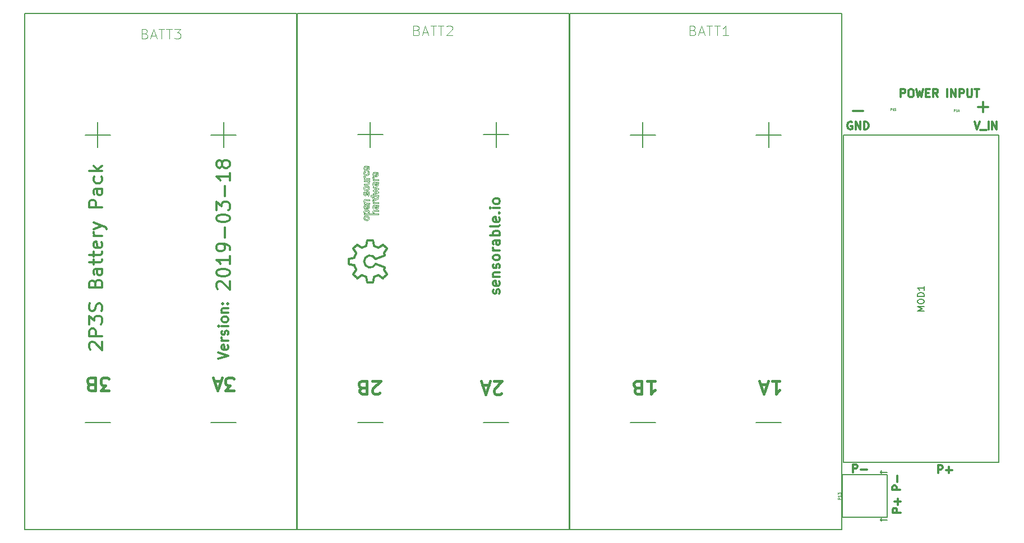
<source format=gto>
G04 #@! TF.GenerationSoftware,KiCad,Pcbnew,(5.0.2)-1*
G04 #@! TF.CreationDate,2019-03-16T18:46:31-04:00*
G04 #@! TF.ProjectId,2p3s-pwr-pack,32703373-2d70-4777-922d-7061636b2e6b,V1*
G04 #@! TF.SameCoordinates,Original*
G04 #@! TF.FileFunction,Legend,Top*
G04 #@! TF.FilePolarity,Positive*
%FSLAX46Y46*%
G04 Gerber Fmt 4.6, Leading zero omitted, Abs format (unit mm)*
G04 Created by KiCad (PCBNEW (5.0.2)-1) date 3/16/2019 6:46:31 PM*
%MOMM*%
%LPD*%
G01*
G04 APERTURE LIST*
%ADD10C,0.300000*%
%ADD11C,0.400000*%
%ADD12C,0.100000*%
%ADD13C,0.150000*%
%ADD14C,0.075000*%
G04 APERTURE END LIST*
D10*
X183473857Y-133930957D02*
X183473857Y-132730957D01*
X183931000Y-132730957D01*
X184045285Y-132788100D01*
X184102428Y-132845242D01*
X184159571Y-132959528D01*
X184159571Y-133130957D01*
X184102428Y-133245242D01*
X184045285Y-133302385D01*
X183931000Y-133359528D01*
X183473857Y-133359528D01*
X184673857Y-133473814D02*
X185588142Y-133473814D01*
D11*
X71166666Y-121595238D02*
X69928571Y-121595238D01*
X70595238Y-120833333D01*
X70309523Y-120833333D01*
X70119047Y-120738095D01*
X70023809Y-120642857D01*
X69928571Y-120452380D01*
X69928571Y-119976190D01*
X70023809Y-119785714D01*
X70119047Y-119690476D01*
X70309523Y-119595238D01*
X70880952Y-119595238D01*
X71071428Y-119690476D01*
X71166666Y-119785714D01*
X68404761Y-120642857D02*
X68119047Y-120547619D01*
X68023809Y-120452380D01*
X67928571Y-120261904D01*
X67928571Y-119976190D01*
X68023809Y-119785714D01*
X68119047Y-119690476D01*
X68309523Y-119595238D01*
X69071428Y-119595238D01*
X69071428Y-121595238D01*
X68404761Y-121595238D01*
X68214285Y-121500000D01*
X68119047Y-121404761D01*
X68023809Y-121214285D01*
X68023809Y-121023809D01*
X68119047Y-120833333D01*
X68214285Y-120738095D01*
X68404761Y-120642857D01*
X69071428Y-120642857D01*
X90023809Y-121595238D02*
X88785714Y-121595238D01*
X89452380Y-120833333D01*
X89166666Y-120833333D01*
X88976190Y-120738095D01*
X88880952Y-120642857D01*
X88785714Y-120452380D01*
X88785714Y-119976190D01*
X88880952Y-119785714D01*
X88976190Y-119690476D01*
X89166666Y-119595238D01*
X89738095Y-119595238D01*
X89928571Y-119690476D01*
X90023809Y-119785714D01*
X88023809Y-120166666D02*
X87071428Y-120166666D01*
X88214285Y-119595238D02*
X87547619Y-121595238D01*
X86880952Y-119595238D01*
X130428571Y-121961161D02*
X130333333Y-122056400D01*
X130142857Y-122151638D01*
X129666666Y-122151638D01*
X129476190Y-122056400D01*
X129380952Y-121961161D01*
X129285714Y-121770685D01*
X129285714Y-121580209D01*
X129380952Y-121294495D01*
X130523809Y-120151638D01*
X129285714Y-120151638D01*
X128523809Y-120723066D02*
X127571428Y-120723066D01*
X128714285Y-120151638D02*
X128047619Y-122151638D01*
X127380952Y-120151638D01*
X112071428Y-121904761D02*
X111976190Y-122000000D01*
X111785714Y-122095238D01*
X111309523Y-122095238D01*
X111119047Y-122000000D01*
X111023809Y-121904761D01*
X110928571Y-121714285D01*
X110928571Y-121523809D01*
X111023809Y-121238095D01*
X112166666Y-120095238D01*
X110928571Y-120095238D01*
X109404761Y-121142857D02*
X109119047Y-121047619D01*
X109023809Y-120952380D01*
X108928571Y-120761904D01*
X108928571Y-120476190D01*
X109023809Y-120285714D01*
X109119047Y-120190476D01*
X109309523Y-120095238D01*
X110071428Y-120095238D01*
X110071428Y-122095238D01*
X109404761Y-122095238D01*
X109214285Y-122000000D01*
X109119047Y-121904761D01*
X109023809Y-121714285D01*
X109023809Y-121523809D01*
X109119047Y-121333333D01*
X109214285Y-121238095D01*
X109404761Y-121142857D01*
X110071428Y-121142857D01*
X152428571Y-120095238D02*
X153571428Y-120095238D01*
X153000000Y-120095238D02*
X153000000Y-122095238D01*
X153190476Y-121809523D01*
X153380952Y-121619047D01*
X153571428Y-121523809D01*
X150904761Y-121142857D02*
X150619047Y-121047619D01*
X150523809Y-120952380D01*
X150428571Y-120761904D01*
X150428571Y-120476190D01*
X150523809Y-120285714D01*
X150619047Y-120190476D01*
X150809523Y-120095238D01*
X151571428Y-120095238D01*
X151571428Y-122095238D01*
X150904761Y-122095238D01*
X150714285Y-122000000D01*
X150619047Y-121904761D01*
X150523809Y-121714285D01*
X150523809Y-121523809D01*
X150619047Y-121333333D01*
X150714285Y-121238095D01*
X150904761Y-121142857D01*
X151571428Y-121142857D01*
X171285714Y-120095238D02*
X172428571Y-120095238D01*
X171857142Y-120095238D02*
X171857142Y-122095238D01*
X172047619Y-121809523D01*
X172238095Y-121619047D01*
X172428571Y-121523809D01*
X170523809Y-120666666D02*
X169571428Y-120666666D01*
X170714285Y-120095238D02*
X170047619Y-122095238D01*
X169380952Y-120095238D01*
D10*
X196342857Y-134042857D02*
X196342857Y-132842857D01*
X196800000Y-132842857D01*
X196914285Y-132900000D01*
X196971428Y-132957142D01*
X197028571Y-133071428D01*
X197028571Y-133242857D01*
X196971428Y-133357142D01*
X196914285Y-133414285D01*
X196800000Y-133471428D01*
X196342857Y-133471428D01*
X197542857Y-133585714D02*
X198457142Y-133585714D01*
X198000000Y-134042857D02*
X198000000Y-133128571D01*
X190636457Y-136591542D02*
X189436457Y-136591542D01*
X189436457Y-136134400D01*
X189493600Y-136020114D01*
X189550742Y-135962971D01*
X189665028Y-135905828D01*
X189836457Y-135905828D01*
X189950742Y-135962971D01*
X190007885Y-136020114D01*
X190065028Y-136134400D01*
X190065028Y-136591542D01*
X190179314Y-135391542D02*
X190179314Y-134477257D01*
X190712657Y-140020542D02*
X189512657Y-140020542D01*
X189512657Y-139563400D01*
X189569800Y-139449114D01*
X189626942Y-139391971D01*
X189741228Y-139334828D01*
X189912657Y-139334828D01*
X190026942Y-139391971D01*
X190084085Y-139449114D01*
X190141228Y-139563400D01*
X190141228Y-140020542D01*
X190255514Y-138820542D02*
X190255514Y-137906257D01*
X190712657Y-138363400D02*
X189798371Y-138363400D01*
X183337314Y-80984800D02*
X183223028Y-80927657D01*
X183051600Y-80927657D01*
X182880171Y-80984800D01*
X182765885Y-81099085D01*
X182708742Y-81213371D01*
X182651600Y-81441942D01*
X182651600Y-81613371D01*
X182708742Y-81841942D01*
X182765885Y-81956228D01*
X182880171Y-82070514D01*
X183051600Y-82127657D01*
X183165885Y-82127657D01*
X183337314Y-82070514D01*
X183394457Y-82013371D01*
X183394457Y-81613371D01*
X183165885Y-81613371D01*
X183908742Y-82127657D02*
X183908742Y-80927657D01*
X184594457Y-82127657D01*
X184594457Y-80927657D01*
X185165885Y-82127657D02*
X185165885Y-80927657D01*
X185451600Y-80927657D01*
X185623028Y-80984800D01*
X185737314Y-81099085D01*
X185794457Y-81213371D01*
X185851600Y-81441942D01*
X185851600Y-81613371D01*
X185794457Y-81841942D01*
X185737314Y-81956228D01*
X185623028Y-82070514D01*
X185451600Y-82127657D01*
X185165885Y-82127657D01*
X201834971Y-80902257D02*
X202234971Y-82102257D01*
X202634971Y-80902257D01*
X202749257Y-82216542D02*
X203663542Y-82216542D01*
X203949257Y-82102257D02*
X203949257Y-80902257D01*
X204520685Y-82102257D02*
X204520685Y-80902257D01*
X205206400Y-82102257D01*
X205206400Y-80902257D01*
X183515095Y-79289257D02*
X185038904Y-79289257D01*
X202387295Y-78705057D02*
X203911104Y-78705057D01*
X203149200Y-79466961D02*
X203149200Y-77943152D01*
X190716628Y-77225457D02*
X190716628Y-76025457D01*
X191173771Y-76025457D01*
X191288057Y-76082600D01*
X191345200Y-76139742D01*
X191402342Y-76254028D01*
X191402342Y-76425457D01*
X191345200Y-76539742D01*
X191288057Y-76596885D01*
X191173771Y-76654028D01*
X190716628Y-76654028D01*
X192145200Y-76025457D02*
X192373771Y-76025457D01*
X192488057Y-76082600D01*
X192602342Y-76196885D01*
X192659485Y-76425457D01*
X192659485Y-76825457D01*
X192602342Y-77054028D01*
X192488057Y-77168314D01*
X192373771Y-77225457D01*
X192145200Y-77225457D01*
X192030914Y-77168314D01*
X191916628Y-77054028D01*
X191859485Y-76825457D01*
X191859485Y-76425457D01*
X191916628Y-76196885D01*
X192030914Y-76082600D01*
X192145200Y-76025457D01*
X193059485Y-76025457D02*
X193345200Y-77225457D01*
X193573771Y-76368314D01*
X193802342Y-77225457D01*
X194088057Y-76025457D01*
X194545200Y-76596885D02*
X194945200Y-76596885D01*
X195116628Y-77225457D02*
X194545200Y-77225457D01*
X194545200Y-76025457D01*
X195116628Y-76025457D01*
X196316628Y-77225457D02*
X195916628Y-76654028D01*
X195630914Y-77225457D02*
X195630914Y-76025457D01*
X196088057Y-76025457D01*
X196202342Y-76082600D01*
X196259485Y-76139742D01*
X196316628Y-76254028D01*
X196316628Y-76425457D01*
X196259485Y-76539742D01*
X196202342Y-76596885D01*
X196088057Y-76654028D01*
X195630914Y-76654028D01*
X197745200Y-77225457D02*
X197745200Y-76025457D01*
X198316628Y-77225457D02*
X198316628Y-76025457D01*
X199002342Y-77225457D01*
X199002342Y-76025457D01*
X199573771Y-77225457D02*
X199573771Y-76025457D01*
X200030914Y-76025457D01*
X200145200Y-76082600D01*
X200202342Y-76139742D01*
X200259485Y-76254028D01*
X200259485Y-76425457D01*
X200202342Y-76539742D01*
X200145200Y-76596885D01*
X200030914Y-76654028D01*
X199573771Y-76654028D01*
X200773771Y-76025457D02*
X200773771Y-76996885D01*
X200830914Y-77111171D01*
X200888057Y-77168314D01*
X201002342Y-77225457D01*
X201230914Y-77225457D01*
X201345200Y-77168314D01*
X201402342Y-77111171D01*
X201459485Y-76996885D01*
X201459485Y-76025457D01*
X201859485Y-76025457D02*
X202545200Y-76025457D01*
X202202342Y-77225457D02*
X202202342Y-76025457D01*
X87595238Y-106214285D02*
X87500000Y-106119047D01*
X87404761Y-105928571D01*
X87404761Y-105452380D01*
X87500000Y-105261904D01*
X87595238Y-105166666D01*
X87785714Y-105071428D01*
X87976190Y-105071428D01*
X88261904Y-105166666D01*
X89404761Y-106309523D01*
X89404761Y-105071428D01*
X87404761Y-103833333D02*
X87404761Y-103642857D01*
X87500000Y-103452380D01*
X87595238Y-103357142D01*
X87785714Y-103261904D01*
X88166666Y-103166666D01*
X88642857Y-103166666D01*
X89023809Y-103261904D01*
X89214285Y-103357142D01*
X89309523Y-103452380D01*
X89404761Y-103642857D01*
X89404761Y-103833333D01*
X89309523Y-104023809D01*
X89214285Y-104119047D01*
X89023809Y-104214285D01*
X88642857Y-104309523D01*
X88166666Y-104309523D01*
X87785714Y-104214285D01*
X87595238Y-104119047D01*
X87500000Y-104023809D01*
X87404761Y-103833333D01*
X89404761Y-101261904D02*
X89404761Y-102404761D01*
X89404761Y-101833333D02*
X87404761Y-101833333D01*
X87690476Y-102023809D01*
X87880952Y-102214285D01*
X87976190Y-102404761D01*
X89404761Y-100309523D02*
X89404761Y-99928571D01*
X89309523Y-99738095D01*
X89214285Y-99642857D01*
X88928571Y-99452380D01*
X88547619Y-99357142D01*
X87785714Y-99357142D01*
X87595238Y-99452380D01*
X87500000Y-99547619D01*
X87404761Y-99738095D01*
X87404761Y-100119047D01*
X87500000Y-100309523D01*
X87595238Y-100404761D01*
X87785714Y-100500000D01*
X88261904Y-100500000D01*
X88452380Y-100404761D01*
X88547619Y-100309523D01*
X88642857Y-100119047D01*
X88642857Y-99738095D01*
X88547619Y-99547619D01*
X88452380Y-99452380D01*
X88261904Y-99357142D01*
X88642857Y-98500000D02*
X88642857Y-96976190D01*
X87404761Y-95642857D02*
X87404761Y-95452380D01*
X87500000Y-95261904D01*
X87595238Y-95166666D01*
X87785714Y-95071428D01*
X88166666Y-94976190D01*
X88642857Y-94976190D01*
X89023809Y-95071428D01*
X89214285Y-95166666D01*
X89309523Y-95261904D01*
X89404761Y-95452380D01*
X89404761Y-95642857D01*
X89309523Y-95833333D01*
X89214285Y-95928571D01*
X89023809Y-96023809D01*
X88642857Y-96119047D01*
X88166666Y-96119047D01*
X87785714Y-96023809D01*
X87595238Y-95928571D01*
X87500000Y-95833333D01*
X87404761Y-95642857D01*
X87404761Y-94309523D02*
X87404761Y-93071428D01*
X88166666Y-93738095D01*
X88166666Y-93452380D01*
X88261904Y-93261904D01*
X88357142Y-93166666D01*
X88547619Y-93071428D01*
X89023809Y-93071428D01*
X89214285Y-93166666D01*
X89309523Y-93261904D01*
X89404761Y-93452380D01*
X89404761Y-94023809D01*
X89309523Y-94214285D01*
X89214285Y-94309523D01*
X88642857Y-92214285D02*
X88642857Y-90690476D01*
X89404761Y-88690476D02*
X89404761Y-89833333D01*
X89404761Y-89261904D02*
X87404761Y-89261904D01*
X87690476Y-89452380D01*
X87880952Y-89642857D01*
X87976190Y-89833333D01*
X88261904Y-87547619D02*
X88166666Y-87738095D01*
X88071428Y-87833333D01*
X87880952Y-87928571D01*
X87785714Y-87928571D01*
X87595238Y-87833333D01*
X87500000Y-87738095D01*
X87404761Y-87547619D01*
X87404761Y-87166666D01*
X87500000Y-86976190D01*
X87595238Y-86880952D01*
X87785714Y-86785714D01*
X87880952Y-86785714D01*
X88071428Y-86880952D01*
X88166666Y-86976190D01*
X88261904Y-87166666D01*
X88261904Y-87547619D01*
X88357142Y-87738095D01*
X88452380Y-87833333D01*
X88642857Y-87928571D01*
X89023809Y-87928571D01*
X89214285Y-87833333D01*
X89309523Y-87738095D01*
X89404761Y-87547619D01*
X89404761Y-87166666D01*
X89309523Y-86976190D01*
X89214285Y-86880952D01*
X89023809Y-86785714D01*
X88642857Y-86785714D01*
X88452380Y-86880952D01*
X88357142Y-86976190D01*
X88261904Y-87166666D01*
X130107142Y-106928571D02*
X130178571Y-106785714D01*
X130178571Y-106500000D01*
X130107142Y-106357142D01*
X129964285Y-106285714D01*
X129892857Y-106285714D01*
X129750000Y-106357142D01*
X129678571Y-106500000D01*
X129678571Y-106714285D01*
X129607142Y-106857142D01*
X129464285Y-106928571D01*
X129392857Y-106928571D01*
X129250000Y-106857142D01*
X129178571Y-106714285D01*
X129178571Y-106500000D01*
X129250000Y-106357142D01*
X130107142Y-105071428D02*
X130178571Y-105214285D01*
X130178571Y-105500000D01*
X130107142Y-105642857D01*
X129964285Y-105714285D01*
X129392857Y-105714285D01*
X129250000Y-105642857D01*
X129178571Y-105500000D01*
X129178571Y-105214285D01*
X129250000Y-105071428D01*
X129392857Y-105000000D01*
X129535714Y-105000000D01*
X129678571Y-105714285D01*
X129178571Y-104357142D02*
X130178571Y-104357142D01*
X129321428Y-104357142D02*
X129250000Y-104285714D01*
X129178571Y-104142857D01*
X129178571Y-103928571D01*
X129250000Y-103785714D01*
X129392857Y-103714285D01*
X130178571Y-103714285D01*
X130107142Y-103071428D02*
X130178571Y-102928571D01*
X130178571Y-102642857D01*
X130107142Y-102500000D01*
X129964285Y-102428571D01*
X129892857Y-102428571D01*
X129750000Y-102500000D01*
X129678571Y-102642857D01*
X129678571Y-102857142D01*
X129607142Y-103000000D01*
X129464285Y-103071428D01*
X129392857Y-103071428D01*
X129250000Y-103000000D01*
X129178571Y-102857142D01*
X129178571Y-102642857D01*
X129250000Y-102500000D01*
X130178571Y-101571428D02*
X130107142Y-101714285D01*
X130035714Y-101785714D01*
X129892857Y-101857142D01*
X129464285Y-101857142D01*
X129321428Y-101785714D01*
X129250000Y-101714285D01*
X129178571Y-101571428D01*
X129178571Y-101357142D01*
X129250000Y-101214285D01*
X129321428Y-101142857D01*
X129464285Y-101071428D01*
X129892857Y-101071428D01*
X130035714Y-101142857D01*
X130107142Y-101214285D01*
X130178571Y-101357142D01*
X130178571Y-101571428D01*
X130178571Y-100428571D02*
X129178571Y-100428571D01*
X129464285Y-100428571D02*
X129321428Y-100357142D01*
X129250000Y-100285714D01*
X129178571Y-100142857D01*
X129178571Y-100000000D01*
X130178571Y-98857142D02*
X129392857Y-98857142D01*
X129250000Y-98928571D01*
X129178571Y-99071428D01*
X129178571Y-99357142D01*
X129250000Y-99500000D01*
X130107142Y-98857142D02*
X130178571Y-99000000D01*
X130178571Y-99357142D01*
X130107142Y-99500000D01*
X129964285Y-99571428D01*
X129821428Y-99571428D01*
X129678571Y-99500000D01*
X129607142Y-99357142D01*
X129607142Y-99000000D01*
X129535714Y-98857142D01*
X130178571Y-98142857D02*
X128678571Y-98142857D01*
X129250000Y-98142857D02*
X129178571Y-98000000D01*
X129178571Y-97714285D01*
X129250000Y-97571428D01*
X129321428Y-97500000D01*
X129464285Y-97428571D01*
X129892857Y-97428571D01*
X130035714Y-97500000D01*
X130107142Y-97571428D01*
X130178571Y-97714285D01*
X130178571Y-98000000D01*
X130107142Y-98142857D01*
X130178571Y-96571428D02*
X130107142Y-96714285D01*
X129964285Y-96785714D01*
X128678571Y-96785714D01*
X130107142Y-95428571D02*
X130178571Y-95571428D01*
X130178571Y-95857142D01*
X130107142Y-96000000D01*
X129964285Y-96071428D01*
X129392857Y-96071428D01*
X129250000Y-96000000D01*
X129178571Y-95857142D01*
X129178571Y-95571428D01*
X129250000Y-95428571D01*
X129392857Y-95357142D01*
X129535714Y-95357142D01*
X129678571Y-96071428D01*
X130035714Y-94714285D02*
X130107142Y-94642857D01*
X130178571Y-94714285D01*
X130107142Y-94785714D01*
X130035714Y-94714285D01*
X130178571Y-94714285D01*
X130178571Y-94000000D02*
X129178571Y-94000000D01*
X128678571Y-94000000D02*
X128750000Y-94071428D01*
X128821428Y-94000000D01*
X128750000Y-93928571D01*
X128678571Y-94000000D01*
X128821428Y-94000000D01*
X130178571Y-93071428D02*
X130107142Y-93214285D01*
X130035714Y-93285714D01*
X129892857Y-93357142D01*
X129464285Y-93357142D01*
X129321428Y-93285714D01*
X129250000Y-93214285D01*
X129178571Y-93071428D01*
X129178571Y-92857142D01*
X129250000Y-92714285D01*
X129321428Y-92642857D01*
X129464285Y-92571428D01*
X129892857Y-92571428D01*
X130035714Y-92642857D01*
X130107142Y-92714285D01*
X130178571Y-92857142D01*
X130178571Y-93071428D01*
D12*
X109660923Y-87863068D02*
G75*
G02X109733821Y-87749255I339077J-136932D01*
G01*
X110073036Y-94850679D02*
G75*
G02X109893984Y-94826871I-2111J669330D01*
G01*
X110204423Y-91659760D02*
G75*
G02X110237527Y-91653237I31672J-73470D01*
G01*
X110154100Y-91757529D02*
X110139934Y-91908238D01*
X110073036Y-94513433D02*
G75*
G02X110254252Y-94537633I6199J-644165D01*
G01*
X110337088Y-94682645D02*
X110337088Y-94682645D01*
X110340039Y-91754759D02*
G75*
G02X110346926Y-91821273I-291651J-63810D01*
G01*
X110337087Y-94682645D02*
G75*
G02X110331726Y-94736816I-249932J-2613D01*
G01*
X110433894Y-87727999D02*
G75*
G02X110476001Y-87803152I-266927J-198926D01*
G01*
X110195530Y-88337735D02*
G75*
G02X110075396Y-88345416I-115071J856391D01*
G01*
X109891229Y-94537634D02*
G75*
G02X110073036Y-94513433I175869J-626205D01*
G01*
X109813190Y-94736816D02*
G75*
G02X109807803Y-94682645I243445J51563D01*
G01*
X109660381Y-88115752D02*
G75*
G02X109636623Y-87994409I300179J121769D01*
G01*
X109847943Y-87670451D02*
G75*
G02X109995906Y-87644182I141725J-368450D01*
G01*
X110346926Y-87971591D02*
G75*
G02X110333792Y-88052259I-236241J-2940D01*
G01*
X109636623Y-87994408D02*
G75*
G02X109660922Y-87863067I353080J2596D01*
G01*
X109995906Y-87644182D02*
X110136785Y-87644182D01*
X110228722Y-88159977D02*
G75*
G02X110136785Y-88174232I-86682J255456D01*
G01*
X109960649Y-88338339D02*
G75*
G02X109865109Y-88317032I67477J527424D01*
G01*
X110369172Y-88276257D02*
G75*
G02X110293456Y-88314690I-174339J249664D01*
G01*
X110136785Y-87644182D02*
X110136785Y-88174232D01*
X110346926Y-91821273D02*
G75*
G02X110319576Y-91966668I-381485J-3510D01*
G01*
X110264679Y-87784666D02*
G75*
G02X110326364Y-87871933I-195778J-203822D01*
G01*
X110285143Y-91665149D02*
G75*
G02X110319379Y-91700862I-49198J-81431D01*
G01*
X110293456Y-88314691D02*
G75*
G02X110195530Y-88337735I-164053J477548D01*
G01*
X109807802Y-94682646D02*
G75*
G02X109813018Y-94628278I258691J2617D01*
G01*
X109733821Y-87749255D02*
G75*
G02X109847943Y-87670450I229817J-210776D01*
G01*
X110294391Y-88117187D02*
G75*
G02X110228722Y-88159977I-119192J111137D01*
G01*
X110422678Y-88222461D02*
G75*
G02X110369172Y-88276257I-179068J124597D01*
G01*
X110326364Y-87871933D02*
G75*
G02X110346926Y-87971591I-224133J-98193D01*
G01*
X110136785Y-87644182D02*
X110136785Y-87644182D01*
X109829349Y-94778911D02*
G75*
G02X109813190Y-94736816I122803J71290D01*
G01*
X109828662Y-94585987D02*
G75*
G02X109891229Y-94537633I88839J-50298D01*
G01*
X109788780Y-88281571D02*
G75*
G02X109731657Y-88231906I131697J209154D01*
G01*
X110179482Y-91679303D02*
G75*
G02X110204423Y-91659760I52364J-41140D01*
G01*
X110154100Y-91757529D02*
G75*
G02X110162709Y-91711893I205848J-15200D01*
G01*
X110118634Y-92005050D02*
G75*
G02X110070478Y-92083754I-246778J96911D01*
G01*
X110316379Y-94585987D02*
G75*
G02X110331910Y-94628278I-128409J-71156D01*
G01*
X110070478Y-92083755D02*
G75*
G02X109996841Y-92135989I-146642J128706D01*
G01*
X110139934Y-91908238D02*
G75*
G02X110118634Y-92005050I-327121J21219D01*
G01*
X109813018Y-94628277D02*
G75*
G02X109828661Y-94585986I143258J-28950D01*
G01*
X109996841Y-92135989D02*
G75*
G02X109899099Y-92153392I-93221J240385D01*
G01*
X110251300Y-94826871D02*
G75*
G02X110073036Y-94850679I-176158J639720D01*
G01*
X110162708Y-91711894D02*
G75*
G02X110179482Y-91679304I97707J-29676D01*
G01*
X109899099Y-92153391D02*
G75*
G02X109785373Y-92130674I-5676J267612D01*
G01*
X109785372Y-92130675D02*
G75*
G02X109703127Y-92062498I88887J190925D01*
G01*
X110075397Y-88345416D02*
G75*
G02X109960650Y-88338339I-4511J860652D01*
G01*
X109703127Y-92062498D02*
G75*
G02X109653248Y-91960472I265084J192803D01*
G01*
X110476001Y-87803152D02*
G75*
G02X110507482Y-87968443I-411448J-164008D01*
G01*
X110254252Y-94537633D02*
G75*
G02X110316379Y-94585986I-26384J-97988D01*
G01*
X109893985Y-94826870D02*
G75*
G02X109829349Y-94778911I25136J101411D01*
G01*
X110331726Y-94736816D02*
G75*
G02X110315641Y-94778911I-139375J29137D01*
G01*
X110315641Y-94778911D02*
G75*
G02X110251300Y-94826871I-89545J52991D01*
G01*
X110264679Y-87784666D02*
X110370537Y-87660704D01*
X110333792Y-88052259D02*
G75*
G02X110294391Y-88117187I-179100J64267D01*
G01*
X110507482Y-87968443D02*
G75*
G02X110486281Y-88097467I-404973J291D01*
G01*
X109865109Y-88317032D02*
G75*
G02X109788780Y-88281571I103489J322637D01*
G01*
X110355977Y-92209278D02*
X110237527Y-92089648D01*
X110319577Y-91966668D02*
G75*
G02X110237527Y-92089648I-351616J145730D01*
G01*
X110319379Y-91700863D02*
G75*
G02X110340039Y-91754759I-167671J-95180D01*
G01*
X110370538Y-87660704D02*
G75*
G02X110433894Y-87727999I-265270J-313216D01*
G01*
X110237526Y-91653236D02*
G75*
G02X110285143Y-91665149I2042J-92961D01*
G01*
X109731657Y-88231906D02*
G75*
G02X109660380Y-88115751I327710J281042D01*
G01*
X110486281Y-88097466D02*
G75*
G02X110422679Y-88222461I-471698J161340D01*
G01*
X109636623Y-94630700D02*
G75*
G02X109644491Y-94558144I317683J2255D01*
G01*
X109952421Y-91958406D02*
G75*
G02X109927581Y-91976263I-62177J60289D01*
G01*
X109927581Y-91976263D02*
G75*
G02X109900673Y-91982232I-26919J57715D01*
G01*
X109747202Y-94402852D02*
G75*
G02X109854239Y-94354843I156612J-205849D01*
G01*
X111010148Y-94528528D02*
G75*
G02X111066667Y-94434537I328638J-133627D01*
G01*
X110507482Y-91834646D02*
G75*
G02X110469606Y-92034567I-528128J-3491D01*
G01*
X109797965Y-91836233D02*
G75*
G02X109820199Y-91713253I321128J5443D01*
G01*
X109971459Y-91924331D02*
G75*
G02X109952422Y-91958407I-80469J22601D01*
G01*
X109644491Y-91732772D02*
G75*
G02X109668105Y-91645178I421618J-66680D01*
G01*
X110355977Y-92209278D02*
X110355977Y-92209278D01*
X109911150Y-87830452D02*
G75*
G02X109995906Y-87814963I91748J-262408D01*
G01*
X109810707Y-88064248D02*
G75*
G02X109797965Y-87994409I172788J67605D01*
G01*
X109848925Y-88121115D02*
G75*
G02X109810706Y-88064247I116632J119659D01*
G01*
X111852331Y-95021858D02*
X109646461Y-95021858D01*
X109644491Y-94558144D02*
G75*
G02X109668105Y-94496314I231505J-52991D01*
G01*
X110072444Y-91539324D02*
G75*
G02X110152083Y-91496383I160760J-202826D01*
G01*
X109848924Y-87869061D02*
G75*
G02X109911150Y-87830452I119718J-123498D01*
G01*
X109980951Y-91869679D02*
X109990789Y-91728793D01*
X110015730Y-91615308D02*
G75*
G02X110072445Y-91539324I176307J-72438D01*
G01*
X109646461Y-94850679D02*
X109735788Y-94850679D01*
X110152083Y-91496382D02*
G75*
G02X110245790Y-91482052I91187J-282731D01*
G01*
X109995906Y-88174232D02*
G75*
G02X109911150Y-88159574I3386J271950D01*
G01*
X109636623Y-91836233D02*
G75*
G02X109644491Y-91732772I637332J3563D01*
G01*
X109668105Y-94496315D02*
G75*
G02X109747202Y-94402852I266889J-145666D01*
G01*
X109939436Y-94345399D02*
X110073036Y-94342251D01*
X110073036Y-94342251D02*
X110205849Y-94345399D01*
X109999289Y-91667366D02*
G75*
G02X110015730Y-91615308I280673J-60017D01*
G01*
X109900673Y-91982233D02*
G75*
G02X109827084Y-91950146I-2328J95091D01*
G01*
X109797965Y-87994409D02*
G75*
G02X109810706Y-87925502I181278J2113D01*
G01*
X109911150Y-88159574D02*
G75*
G02X109848925Y-88121116I55440J159272D01*
G01*
X109854239Y-94354844D02*
G75*
G02X109939436Y-94345399I111028J-612565D01*
G01*
X110205849Y-94345398D02*
G75*
G02X110291046Y-94354843I-26392J-627075D01*
G01*
X110291046Y-94354844D02*
G75*
G02X110397690Y-94402852I-47541J-248058D01*
G01*
X109661412Y-94751018D02*
G75*
G02X109636623Y-94630700I264549J117219D01*
G01*
X110476787Y-94496314D02*
G75*
G02X110499808Y-94558144I-212437J-114298D01*
G01*
X109980951Y-91869679D02*
G75*
G02X109971459Y-91924331I-236909J12997D01*
G01*
X109990789Y-91728793D02*
G75*
G02X109999289Y-91667366I419377J-26730D01*
G01*
X110439403Y-91584582D02*
G75*
G02X110490462Y-91698344I-324325J-213904D01*
G01*
X110490462Y-91698344D02*
G75*
G02X110507482Y-91834647I-500663J-131731D01*
G01*
X110499808Y-94558144D02*
G75*
G02X110507482Y-94630700I-317817J-70297D01*
G01*
X110507483Y-94630700D02*
G75*
G02X110480526Y-94750134I-259367J-4220D01*
G01*
X110407528Y-94850679D02*
X111092051Y-94850674D01*
X109995906Y-88174232D02*
X109995906Y-88174232D01*
X110245790Y-91482052D02*
G75*
G02X110356961Y-91507691I4583J-233969D01*
G01*
X110397689Y-94402852D02*
G75*
G02X110476787Y-94496314I-177131J-230108D01*
G01*
X109805246Y-91905644D02*
G75*
G02X109797965Y-91836233I276986J64143D01*
G01*
X109668105Y-91645177D02*
G75*
G02X109752317Y-91502528I480010J-187189D01*
G01*
X109827085Y-91950146D02*
G75*
G02X109805246Y-91905644I78952J66353D01*
G01*
X110356961Y-91507692D02*
G75*
G02X110439403Y-91584582I-108061J-198505D01*
G01*
X109752317Y-91502528D02*
X109877062Y-91608382D01*
X109646461Y-95021858D02*
X109646461Y-94850679D01*
X109653247Y-91960472D02*
G75*
G02X109636623Y-91836233I422676J119791D01*
G01*
X109735788Y-94850679D02*
G75*
G02X109661413Y-94751018I197937J225299D01*
G01*
X111092051Y-94850674D02*
X111092051Y-94847526D01*
X111092051Y-94847525D02*
G75*
G02X111016495Y-94752199I156970J202021D01*
G01*
X111016495Y-94752200D02*
G75*
G02X110991310Y-94625971I276592J120814D01*
G01*
X110480526Y-94750134D02*
G75*
G02X110407528Y-94850679I-370805J192442D01*
G01*
X110991309Y-94625971D02*
G75*
G02X111010148Y-94528529I263968J-491D01*
G01*
X110469607Y-92034568D02*
G75*
G02X110355977Y-92209278I-523955J216466D01*
G01*
X111066667Y-94434537D02*
G75*
G02X111159293Y-94365328I183012J-148348D01*
G01*
X109820199Y-91713254D02*
G75*
G02X109877062Y-91608382I527759J-218308D01*
G01*
X109995906Y-88174232D02*
X109995906Y-87814963D01*
X109810706Y-87925501D02*
G75*
G02X109848925Y-87869061I154490J-63454D01*
G01*
X111852331Y-94342258D02*
X111852331Y-94513443D01*
X111210893Y-94802670D02*
G75*
G02X111174591Y-94748270I111082J113439D01*
G01*
X111286449Y-94342258D02*
X111852331Y-94342258D01*
X111852331Y-94850674D02*
X111852331Y-95021858D01*
X111268741Y-94525431D02*
G75*
G02X111345475Y-94513443I72987J-215603D01*
G01*
X111159293Y-94365328D02*
G75*
G02X111218554Y-94348026I108530J-261584D01*
G01*
X111218554Y-94348025D02*
G75*
G02X111286449Y-94342258I66005J-374506D01*
G01*
X111345476Y-94850674D02*
G75*
G02X111268741Y-94838686I-3748J227592D01*
G01*
X111852331Y-94513443D02*
X111345475Y-94513443D01*
X111162489Y-94681076D02*
G75*
G02X111174591Y-94615368I173606J1995D01*
G01*
X111345475Y-94850674D02*
X111852331Y-94850674D01*
X111174591Y-94615367D02*
G75*
G02X111210893Y-94561446I148156J-60564D01*
G01*
X111210893Y-94561446D02*
G75*
G02X111268741Y-94525431I108736J-110189D01*
G01*
X111268741Y-94838686D02*
G75*
G02X111210893Y-94802671I50888J146204D01*
G01*
X111174591Y-94748270D02*
G75*
G02X111162489Y-94681076I168055J64953D01*
G01*
X111852331Y-95021858D02*
X111852331Y-95021858D01*
X111671311Y-90534985D02*
G75*
G02X111637076Y-90563042I-85439J69340D01*
G01*
X111092051Y-93159076D02*
G75*
G02X111016495Y-93063750I156970J202021D01*
G01*
X111203612Y-89052843D02*
G75*
G02X111165393Y-88995975I116631J119659D01*
G01*
X111635106Y-90238681D02*
G75*
G02X111661473Y-90250971I-30542J-99952D01*
G01*
X111556402Y-90228833D02*
G75*
G02X111635106Y-90238681I7078J-262871D01*
G01*
X111699153Y-90326526D02*
G75*
G02X111704761Y-90415758I-483009J-75148D01*
G01*
X111556402Y-90228833D02*
X111556402Y-90228833D01*
X111501926Y-90492095D02*
G75*
G02X111493834Y-90428351I284568J68510D01*
G01*
X111637076Y-90563043D02*
G75*
G02X111597328Y-90572386I-39202J77550D01*
G01*
X110212341Y-90518885D02*
X109646461Y-90518885D01*
X111143467Y-89213300D02*
G75*
G02X111086344Y-89163634I131696J209155D01*
G01*
X111165393Y-88857229D02*
G75*
G02X111203612Y-88800789I154489J-63453D01*
G01*
X111777366Y-89154189D02*
G75*
G02X111723859Y-89207985I-179069J124598D01*
G01*
X111852331Y-93333409D02*
X111852331Y-93333409D01*
X111862169Y-88900171D02*
G75*
G02X111840968Y-89029195I-404974J291D01*
G01*
X111015067Y-89047479D02*
G75*
G02X110991310Y-88926136I300179J121768D01*
G01*
X111648143Y-89246417D02*
G75*
G02X111550217Y-89269462I-164054J477546D01*
G01*
X111001147Y-93162224D02*
X111092051Y-93162224D01*
X111550217Y-89269463D02*
G75*
G02X111430083Y-89277144I-115072J856391D01*
G01*
X111430083Y-89277144D02*
G75*
G02X111315336Y-89270067I-4511J860652D01*
G01*
X111092051Y-93162224D02*
X111092051Y-93159076D01*
X111016495Y-93063750D02*
G75*
G02X110991310Y-92937521I276592J120813D01*
G01*
X111830687Y-88734879D02*
G75*
G02X111862169Y-88900170I-411447J-164009D01*
G01*
X111315336Y-89270066D02*
G75*
G02X111219796Y-89248760I67476J527423D01*
G01*
X111007739Y-92846250D02*
G75*
G02X111057026Y-92759663I301936J-114549D01*
G01*
X111340756Y-93162224D02*
X111852331Y-93162224D01*
X111203611Y-88800789D02*
G75*
G02X111265837Y-88762180I119718J-123498D01*
G01*
X111556402Y-90228833D02*
X111493834Y-90228833D01*
X111219796Y-89248760D02*
G75*
G02X111143467Y-89213299I103488J322637D01*
G01*
X110991309Y-88926136D02*
G75*
G02X111015608Y-88794795I353080J2596D01*
G01*
X111015609Y-88794796D02*
G75*
G02X111088507Y-88680983I339077J-136932D01*
G01*
X111259937Y-93149405D02*
G75*
G02X111204793Y-93110872I43597J121114D01*
G01*
X111350593Y-89105959D02*
X111350593Y-88746691D01*
X111723859Y-89207985D02*
G75*
G02X111648143Y-89246418I-174340J249664D01*
G01*
X111852331Y-93333409D02*
X111001147Y-93333409D01*
X111001147Y-93333409D02*
X111001147Y-93162224D01*
X111350593Y-88575910D02*
X111491472Y-88575910D01*
X111057026Y-92759663D02*
X111204596Y-92883222D01*
X111491472Y-88575910D02*
X111491472Y-88575910D01*
X111788580Y-88659727D02*
G75*
G02X111830687Y-88734879I-266926J-198926D01*
G01*
X111173017Y-92939511D02*
G75*
G02X111204596Y-92883222I208272J-79843D01*
G01*
X111162489Y-92996556D02*
G75*
G02X111173016Y-92939511I162729J-537D01*
G01*
X111265837Y-88762180D02*
G75*
G02X111350593Y-88746691I91747J-262407D01*
G01*
X111152651Y-88926136D02*
G75*
G02X111165393Y-88857229I181278J2112D01*
G01*
X111265837Y-89091302D02*
G75*
G02X111203612Y-89052844I55440J159272D01*
G01*
X111597329Y-90572386D02*
G75*
G02X111553675Y-90564125I-4091J97859D01*
G01*
X111696398Y-90487084D02*
G75*
G02X111671311Y-90534986I-111649J27952D01*
G01*
X111204793Y-93110872D02*
G75*
G02X111162489Y-92996556I133108J114244D01*
G01*
X111704761Y-90415758D02*
G75*
G02X111696398Y-90487083I-266407J-4918D01*
G01*
X111165394Y-88995974D02*
G75*
G02X111152652Y-88926136I172787J67604D01*
G01*
X111840967Y-89029194D02*
G75*
G02X111777365Y-89154189I-471698J161341D01*
G01*
X111086344Y-89163634D02*
G75*
G02X111015067Y-89047479I327709J281042D01*
G01*
X111350593Y-89105960D02*
G75*
G02X111265837Y-89091302I3386J271950D01*
G01*
X111350593Y-89105959D02*
X111350593Y-89105959D01*
X111852331Y-93162224D02*
X111852331Y-93333409D01*
X110991310Y-92937521D02*
G75*
G02X111007738Y-92846250I261376J68D01*
G01*
X111493834Y-90228833D02*
X111493834Y-90428351D01*
X111553674Y-90564125D02*
G75*
G02X111521873Y-90537353I34285J72999D01*
G01*
X111088507Y-88680983D02*
G75*
G02X111202629Y-88602178I229817J-210776D01*
G01*
X111521873Y-90537353D02*
G75*
G02X111501926Y-90492095I110779J75849D01*
G01*
X111679182Y-90268197D02*
G75*
G02X111699153Y-90326527I-139549J-80364D01*
G01*
X111340756Y-93162224D02*
G75*
G02X111259936Y-93149405I-5153J228689D01*
G01*
X111202630Y-88602179D02*
G75*
G02X111350593Y-88575910I141725J-368450D01*
G01*
X111661473Y-90250971D02*
G75*
G02X111679182Y-90268198I-35190J-53890D01*
G01*
X109646461Y-89473749D02*
X109737364Y-89473749D01*
X110325085Y-90245297D02*
G75*
G02X110289078Y-90299697I-147657J58617D01*
G01*
X111831474Y-92595615D02*
G75*
G02X111752376Y-92688095I-245215J129664D01*
G01*
X109646461Y-89644933D02*
X109646461Y-89473749D01*
X110154100Y-90010470D02*
X109646461Y-90010470D01*
X111752377Y-92688095D02*
G75*
G02X111645339Y-92736501I-151121J191618D01*
G01*
X111293632Y-92745643D02*
G75*
G02X111208926Y-92736501I26088J638699D01*
G01*
X111022791Y-92595615D02*
G75*
G02X110999177Y-92533432I209058J114965D01*
G01*
X111852331Y-92240275D02*
X111763788Y-92240275D01*
X111425756Y-92748691D02*
X111293631Y-92745643D01*
X109986069Y-89473749D02*
X110497644Y-89473749D01*
X111019248Y-92341218D02*
G75*
G02X111092051Y-92240275I402651J-213680D01*
G01*
X109653052Y-89157774D02*
G75*
G02X109702339Y-89071187I301936J-114549D01*
G01*
X110488741Y-90332464D02*
G75*
G02X110432516Y-90426808I-326100J130413D01*
G01*
X110497644Y-89644933D02*
X109646461Y-89644933D01*
X110339990Y-90495866D02*
G75*
G02X110280556Y-90513143I-108636J262847D01*
G01*
X109661808Y-89375275D02*
G75*
G02X109636623Y-89249046I276593J120813D01*
G01*
X109818330Y-89251035D02*
G75*
G02X109849910Y-89194746I208272J-79844D01*
G01*
X109807802Y-89308080D02*
G75*
G02X109818330Y-89251035I162730J-538D01*
G01*
X109850106Y-89422396D02*
G75*
G02X109807803Y-89308080I133108J114243D01*
G01*
X110497644Y-89644933D02*
X110497644Y-89644933D01*
X111101888Y-92688094D02*
G75*
G02X111022791Y-92595614I175843J230460D01*
G01*
X109737364Y-89470601D02*
G75*
G02X109661808Y-89375275I156971J202021D01*
G01*
X109905249Y-89460930D02*
G75*
G02X109850106Y-89422396I43599J121114D01*
G01*
X110289078Y-90058472D02*
G75*
G02X110325086Y-90112394I-112417J-114052D01*
G01*
X110497644Y-89839285D02*
X110497644Y-90010470D01*
X111763788Y-92240276D02*
G75*
G02X111837573Y-92340135I-200605J-225413D01*
G01*
X111837574Y-92340134D02*
G75*
G02X111862169Y-92460243I-266214J-117087D01*
G01*
X109986069Y-89473749D02*
G75*
G02X109905249Y-89460930I-5153J228689D01*
G01*
X111645339Y-92736500D02*
G75*
G02X111559550Y-92745643I-112201J645786D01*
G01*
X111092051Y-92240275D02*
X110657604Y-92240275D01*
X110657604Y-92240275D02*
X110657604Y-92069091D01*
X109646461Y-90518885D02*
X109646461Y-90347701D01*
X110497644Y-90010470D02*
X110407528Y-90010470D01*
X109702339Y-89071187D02*
X109849910Y-89194746D01*
X111852331Y-92240275D02*
X111852331Y-92240275D01*
X109646461Y-90347701D02*
X110154100Y-90347701D01*
X110325086Y-90112394D02*
G75*
G02X110337088Y-90178103I-162860J-63699D01*
G01*
X111854495Y-92533431D02*
G75*
G02X111831474Y-92595614I-236661J52263D01*
G01*
X109737364Y-89473749D02*
X109737364Y-89470601D01*
X111559550Y-92745643D02*
X111425756Y-92748691D01*
X111208925Y-92736502D02*
G75*
G02X111101888Y-92688095I46433J245219D01*
G01*
X110991311Y-92460243D02*
G75*
G02X111019248Y-92341218I252478J3529D01*
G01*
X110657604Y-92069091D02*
X111852331Y-92069091D01*
X110507483Y-90233587D02*
G75*
G02X110488741Y-90332464I-271192J189D01*
G01*
X111852331Y-92069091D02*
X111852331Y-92240275D01*
X111862169Y-92460244D02*
G75*
G02X111854495Y-92533432I-330672J-2325D01*
G01*
X110999178Y-92533431D02*
G75*
G02X110991310Y-92460243I314865J70865D01*
G01*
X110482494Y-90108642D02*
G75*
G02X110507482Y-90233586I-273419J-119654D01*
G01*
X110331910Y-94628278D02*
G75*
G02X110337088Y-94682645I-255293J-51741D01*
G01*
X109636623Y-89249046D02*
G75*
G02X109653051Y-89157774I261377J68D01*
G01*
X110497644Y-89473749D02*
X110497644Y-89644933D01*
X110337088Y-90178102D02*
G75*
G02X110325086Y-90245297I-181467J-2256D01*
G01*
X110432517Y-90426808D02*
G75*
G02X110339990Y-90495866I-181796J147062D01*
G01*
X110231328Y-90022459D02*
G75*
G02X110289078Y-90058473I-49994J-144473D01*
G01*
X110289077Y-90299697D02*
G75*
G02X110231328Y-90335712I-107743J108459D01*
G01*
X109646461Y-89839285D02*
X110497644Y-89839285D01*
X110407528Y-90010470D02*
X110407528Y-90013995D01*
X110154100Y-90010470D02*
G75*
G02X110231328Y-90022458I3881J-229747D01*
G01*
X109646461Y-90010470D02*
X109646461Y-89839285D01*
X110407528Y-90013996D02*
G75*
G02X110482494Y-90108642I-156683J-201114D01*
G01*
X110280555Y-90513143D02*
G75*
G02X110212341Y-90518885I-66217J378577D01*
G01*
X110212341Y-90518885D02*
X110212341Y-90518885D01*
X110231328Y-90335713D02*
G75*
G02X110154100Y-90347701I-73347J217760D01*
G01*
X111670229Y-92312431D02*
G75*
G02X111686388Y-92354239I-121606J-71028D01*
G01*
X111001147Y-89861820D02*
X111001147Y-89690636D01*
X111852331Y-89861820D02*
X111001147Y-89861820D01*
X111001147Y-89690636D02*
X111092051Y-89690636D01*
X111340756Y-89690636D02*
X111852331Y-89690636D01*
X111852331Y-89861820D02*
X111852331Y-89861820D01*
X111183199Y-92504872D02*
G75*
G02X111167667Y-92462460I129053J71311D01*
G01*
X111092051Y-89687487D02*
G75*
G02X111016495Y-89592161I156970J202021D01*
G01*
X111007739Y-89374661D02*
G75*
G02X111057026Y-89288074I301936J-114549D01*
G01*
X111057026Y-89288074D02*
X111204596Y-89411633D01*
X111173016Y-89467922D02*
G75*
G02X111204596Y-89411633I208273J-79844D01*
G01*
X111167667Y-92462459D02*
G75*
G02X111162489Y-92407908I256949J51911D01*
G01*
X111425756Y-92577506D02*
G75*
G02X111245326Y-92553303I-5830J641179D01*
G01*
X111671065Y-92504871D02*
G75*
G02X111608939Y-92553303I-88497J49458D01*
G01*
X111686597Y-92462460D02*
G75*
G02X111671065Y-92504872I-144585J28899D01*
G01*
X110991309Y-89465932D02*
G75*
G02X111007738Y-89374661I261377J67D01*
G01*
X111605595Y-92264478D02*
G75*
G02X111670229Y-92312431I-25742J-102233D01*
G01*
X111184035Y-92312431D02*
G75*
G02X111248671Y-92264478I90377J-54281D01*
G01*
X111167876Y-92354239D02*
G75*
G02X111184035Y-92312431I137765J-29220D01*
G01*
X111092051Y-89690636D02*
X111092051Y-89687488D01*
X111016495Y-89592162D02*
G75*
G02X110991310Y-89465933I276592J120813D01*
G01*
X111259936Y-89677817D02*
G75*
G02X111204793Y-89639283I43598J121114D01*
G01*
X111340756Y-89690636D02*
G75*
G02X111259936Y-89677817I-5153J228689D01*
G01*
X111162488Y-89524967D02*
G75*
G02X111173016Y-89467922I162730J-538D01*
G01*
X111204793Y-89639283D02*
G75*
G02X111162489Y-89524967I133108J114243D01*
G01*
X111245326Y-92553304D02*
G75*
G02X111183199Y-92504872I26370J97892D01*
G01*
X111691775Y-92407909D02*
G75*
G02X111686597Y-92462460I-262127J-2643D01*
G01*
X111425756Y-92240275D02*
G75*
G02X111605594Y-92264478I2448J-662046D01*
G01*
X111686387Y-92354238D02*
G75*
G02X111691774Y-92407908I-239174J-51110D01*
G01*
X111608938Y-92553302D02*
G75*
G02X111425756Y-92577506I-176100J627509D01*
G01*
X111248671Y-92264478D02*
G75*
G02X111425756Y-92240275I175983J-627672D01*
G01*
X111162489Y-92407909D02*
G75*
G02X111167876Y-92354239I244561J2558D01*
G01*
X111162489Y-92407908D02*
X111162489Y-92407908D01*
X111852331Y-89690636D02*
X111852331Y-89861820D01*
X110277863Y-95200318D02*
G75*
G02X110399264Y-95270759I-98991J-310440D01*
G01*
X110399264Y-95270759D02*
G75*
G02X110437386Y-95312914I-200672J-219789D01*
G01*
X111852331Y-91032968D02*
X111852331Y-91183677D01*
X111852331Y-91183677D02*
X111852331Y-91183677D01*
X110136785Y-93512536D02*
X110136785Y-94042609D01*
X109865109Y-94185407D02*
G75*
G02X109788780Y-94149928I103559J322646D01*
G01*
X109788780Y-94149928D02*
G75*
G02X109731657Y-94100260I131705J209155D01*
G01*
X109660923Y-93731432D02*
G75*
G02X109733821Y-93617607I339110J-136926D01*
G01*
X111256934Y-91365112D02*
X111852331Y-91542970D01*
X111001147Y-91300965D02*
X111597328Y-91108524D01*
X110264678Y-93653025D02*
G75*
G02X110326364Y-93740287I-195764J-203820D01*
G01*
X111256934Y-91361938D02*
X111256934Y-91365112D01*
X110326364Y-93740287D02*
G75*
G02X110346926Y-93839945I-224133J-98193D01*
G01*
X110369172Y-94144617D02*
G75*
G02X110293456Y-94183047I-174331J249666D01*
G01*
X109636624Y-93862771D02*
G75*
G02X109660922Y-93731432I353072J2596D01*
G01*
X109707898Y-95312914D02*
G75*
G02X109745628Y-95270759I251043J-186729D01*
G01*
X110071069Y-95179069D02*
G75*
G02X110192616Y-95184381I8124J-1207454D01*
G01*
X109636623Y-95529302D02*
G75*
G02X109645428Y-95439924I418479J3898D01*
G01*
X110071069Y-95880322D02*
G75*
G02X109951585Y-95874960I-7818J1159786D01*
G01*
X110228722Y-94028345D02*
G75*
G02X110136785Y-94042609I-86711J255452D01*
G01*
X111852331Y-91694082D02*
X111001147Y-91966008D01*
X110370537Y-93529066D02*
G75*
G02X110433894Y-93596358I-265258J-313214D01*
G01*
X111001147Y-91784976D02*
X111597328Y-91621674D01*
X111597328Y-91108524D02*
X111597328Y-91104973D01*
X110476000Y-93671519D02*
G75*
G02X110507482Y-93836797I-411414J-164002D01*
G01*
X110293456Y-94183047D02*
G75*
G02X110195530Y-94206104I-164116J477541D01*
G01*
X111852331Y-91183677D02*
X111256934Y-91361938D01*
X111852331Y-91542970D02*
X111852331Y-91694082D01*
X111597328Y-91104973D02*
X111001147Y-90942074D01*
X110264679Y-93653025D02*
X110370537Y-93529065D01*
X110195530Y-94206105D02*
G75*
G02X110075396Y-94213791I-115107J856389D01*
G01*
X111597328Y-91618526D02*
X111001147Y-91425707D01*
X110486282Y-93965824D02*
G75*
G02X110422679Y-94090816I-471690J161343D01*
G01*
X110333792Y-93920619D02*
G75*
G02X110294391Y-93985549I-179106J64266D01*
G01*
X111597328Y-91621674D02*
X111597328Y-91618526D01*
X110507482Y-93836797D02*
G75*
G02X110486281Y-93965824I-404981J289D01*
G01*
X109731657Y-94100261D02*
G75*
G02X109660380Y-93984121I327663J281035D01*
G01*
X111001147Y-90760665D02*
X111852331Y-91032968D01*
X110346926Y-93839946D02*
G75*
G02X110333792Y-93920619I-236255J-2942D01*
G01*
X109960649Y-94206694D02*
G75*
G02X109865109Y-94185407I67368J527414D01*
G01*
X110294391Y-93985549D02*
G75*
G02X110228722Y-94028344I-119202J111135D01*
G01*
X109660381Y-93984121D02*
G75*
G02X109636623Y-93862771I300198J121772D01*
G01*
X111001147Y-91966008D02*
X111001147Y-91784976D01*
X110433894Y-93596357D02*
G75*
G02X110476001Y-93671518I-266956J-198931D01*
G01*
X109733821Y-93617607D02*
G75*
G02X109847943Y-93538805I229811J-210777D01*
G01*
X109847942Y-93538805D02*
G75*
G02X109995906Y-93512536I141726J-368451D01*
G01*
X111001147Y-90942074D02*
X111001147Y-90760665D01*
X110075397Y-94213790D02*
G75*
G02X109960650Y-94206693I-4361J860662D01*
G01*
X110136785Y-93512536D02*
X110136785Y-93512536D01*
X109951585Y-95874960D02*
G75*
G02X109867028Y-95858875I37958J429832D01*
G01*
X109867028Y-95858874D02*
G75*
G02X109745628Y-95788238I100489J312347D01*
G01*
X109995906Y-93512536D02*
X110136785Y-93512536D01*
X109745628Y-95788239D02*
G75*
G02X109707898Y-95746476I209028J226770D01*
G01*
X109707897Y-95746476D02*
G75*
G02X109671842Y-95691235I396503J298182D01*
G01*
X109671842Y-95691235D02*
G75*
G02X109645428Y-95619762I220852J122237D01*
G01*
X109645428Y-95619762D02*
G75*
G02X109636623Y-95529301I417976J86342D01*
G01*
X109645427Y-95439924D02*
G75*
G02X109671842Y-95368549I250200J-52018D01*
G01*
X111001147Y-91425707D02*
X111001147Y-91300965D01*
X110422678Y-94090816D02*
G75*
G02X110369172Y-94144617I-179082J124596D01*
G01*
X109671842Y-95368548D02*
G75*
G02X109707898Y-95312914I439230J-245154D01*
G01*
X109745627Y-95270759D02*
G75*
G02X109867028Y-95200318I220393J-239999D01*
G01*
X109867028Y-95200318D02*
G75*
G02X109951585Y-95184381I122463J-417460D01*
G01*
X109951585Y-95184382D02*
G75*
G02X110071069Y-95179070I111656J-1165130D01*
G01*
X110192616Y-95184381D02*
G75*
G02X110277863Y-95200318I-37169J-434776D01*
G01*
X111116055Y-94155437D02*
G75*
G02X111021512Y-94037973I174172J236965D01*
G01*
X109707898Y-90808620D02*
G75*
G02X109745628Y-90766460I251071J-186726D01*
G01*
X109671842Y-90864254D02*
G75*
G02X109707898Y-90808620I439230J-245154D01*
G01*
X111780316Y-93697770D02*
X111780316Y-93701321D01*
X110498874Y-95619762D02*
G75*
G02X110473049Y-95691235I-251076J50317D01*
G01*
X110473048Y-91186928D02*
G75*
G02X110437386Y-91242185I-404259J221774D01*
G01*
X109671842Y-91186928D02*
G75*
G02X109645428Y-91115452I220861J122239D01*
G01*
X110507482Y-95529301D02*
G75*
G02X110498874Y-95619762I-436202J-4131D01*
G01*
X109951585Y-91370656D02*
G75*
G02X109867028Y-91354587I37874J429825D01*
G01*
X109745627Y-90766460D02*
G75*
G02X109867028Y-90696017I220398J-239998D01*
G01*
X110399264Y-91283942D02*
G75*
G02X110277863Y-91354587I-221908J241707D01*
G01*
X110277863Y-95858875D02*
G75*
G02X110192616Y-95874960I-122467J415110D01*
G01*
X111860004Y-93831177D02*
G75*
G02X111865317Y-93905549I-468614J-70849D01*
G01*
X111155997Y-93921869D02*
G75*
G02X111152652Y-93867771I399742J51866D01*
G01*
X111352953Y-93697770D02*
X111262837Y-93697770D01*
X110399264Y-90766460D02*
G75*
G02X110437386Y-90808620I-200698J-219791D01*
G01*
X111707810Y-94177475D02*
G75*
G02X111605594Y-94197144I-98857J238302D01*
G01*
X109951585Y-90680074D02*
G75*
G02X110071069Y-90674760I111680J-1165130D01*
G01*
X110277863Y-90696017D02*
G75*
G02X110399264Y-90766460I-98997J-310441D01*
G01*
X110473049Y-95691235D02*
G75*
G02X110437386Y-95746476I-404149J221782D01*
G01*
X110437386Y-90808620D02*
G75*
G02X110473049Y-90864254I-374560J-279349D01*
G01*
X110277863Y-91354587D02*
G75*
G02X110192616Y-91370655I-122383J415119D01*
G01*
X110071069Y-91376020D02*
G75*
G02X109951585Y-91370655I-7791J1159788D01*
G01*
X110192616Y-91370655D02*
G75*
G02X110071069Y-91376020I-113461J1191094D01*
G01*
X111844952Y-94029209D02*
G75*
G02X111790154Y-94118440I-222020J74903D01*
G01*
X110399263Y-95788238D02*
G75*
G02X110277863Y-95858875I-221888J241711D01*
G01*
X110192616Y-90680075D02*
G75*
G02X110277863Y-90696017I-37194J-434777D01*
G01*
X109645427Y-90935629D02*
G75*
G02X109671842Y-90864254I250200J-52018D01*
G01*
X111790154Y-94118441D02*
G75*
G02X111707810Y-94177475I-176849J159734D01*
G01*
X111605594Y-94197145D02*
G75*
G02X111507507Y-94180119I-2989J273842D01*
G01*
X111507507Y-94180119D02*
G75*
G02X111426542Y-94129068I87097J227865D01*
G01*
X110192616Y-95874961D02*
G75*
G02X110071069Y-95880322I-113433J1191096D01*
G01*
X111426541Y-94129069D02*
G75*
G02X111372136Y-94045050I147972J155442D01*
G01*
X111844066Y-93772546D02*
G75*
G02X111860004Y-93831177I-238231J-96240D01*
G01*
X110071069Y-91376020D02*
X110071069Y-91376020D01*
X109867028Y-90696016D02*
G75*
G02X109951585Y-90680074I122489J-417458D01*
G01*
X110071069Y-90674760D02*
G75*
G02X110192616Y-90680074I8099J-1207455D01*
G01*
X110507483Y-91025012D02*
G75*
G02X110498874Y-91115452I-436107J-4120D01*
G01*
X110498873Y-91115452D02*
G75*
G02X110473049Y-91186928I-251084J50315D01*
G01*
X111372137Y-94045050D02*
G75*
G02X111352953Y-93928367I331334J114392D01*
G01*
X110437386Y-95746475D02*
G75*
G02X110399264Y-95788238I-234852J176099D01*
G01*
X111213451Y-93708096D02*
G75*
G02X111262837Y-93697770I46067J-97062D01*
G01*
X110437386Y-95312915D02*
G75*
G02X110473049Y-95368549I-374560J-279348D01*
G01*
X110473050Y-90864255D02*
G75*
G02X110498874Y-90935630I-228234J-122938D01*
G01*
X111178623Y-93739880D02*
G75*
G02X111213451Y-93708096I74714J-46897D01*
G01*
X109645428Y-91115452D02*
G75*
G02X109636623Y-91025012I417882J86331D01*
G01*
X109867029Y-91354586D02*
G75*
G02X109745628Y-91283942I100506J312351D01*
G01*
X109636623Y-91025013D02*
G75*
G02X109645428Y-90935630I418502J3901D01*
G01*
X110498874Y-90935629D02*
G75*
G02X110507482Y-91025012I-419125J-85472D01*
G01*
X110071069Y-95880322D02*
X110071069Y-95880322D01*
X110498874Y-95439924D02*
G75*
G02X110507482Y-95529301I-419101J-85469D01*
G01*
X109745628Y-91283942D02*
G75*
G02X109707898Y-91242185I208999J226767D01*
G01*
X110473050Y-95368549D02*
G75*
G02X110498874Y-95439924I-228234J-122938D01*
G01*
X111158359Y-93793096D02*
G75*
G02X111178623Y-93739880I150981J-27026D01*
G01*
X111855479Y-93697770D02*
X111780316Y-93697770D01*
X111352953Y-93928367D02*
X111352953Y-93697770D01*
X111166030Y-93966145D02*
G75*
G02X111155996Y-93921869I225033J74272D01*
G01*
X111219156Y-94024398D02*
G75*
G02X111166030Y-93966145I57983J106231D01*
G01*
X111865317Y-93905549D02*
G75*
G02X111844952Y-94029209I-398148J2062D01*
G01*
X110437386Y-91242185D02*
G75*
G02X110399264Y-91283942I-234825J176103D01*
G01*
X111152652Y-93867771D02*
G75*
G02X111158359Y-93793097I346484J11075D01*
G01*
X109707898Y-91242184D02*
G75*
G02X109671842Y-91186928I396621J298189D01*
G01*
X111780316Y-93701321D02*
G75*
G02X111844067Y-93772545I-64501J-121876D01*
G01*
X111219156Y-94024398D02*
X111116055Y-94155437D01*
X110360699Y-88395688D02*
G75*
G02X110466162Y-88528314I-308501J-353563D01*
G01*
X110466162Y-88528314D02*
G75*
G02X110497152Y-88610065I-295614J-158808D01*
G01*
X110407134Y-88968653D02*
G75*
G02X110348623Y-89020837I-212399J179259D01*
G01*
X110181572Y-89080452D02*
G75*
G02X110073036Y-89087906I-104786J731780D01*
G01*
X110073036Y-89087906D02*
G75*
G02X109964437Y-89080451I-3722J740509D01*
G01*
X109737953Y-88968653D02*
G75*
G02X109661954Y-88842349I326205J282299D01*
G01*
X109784191Y-88395688D02*
X109896739Y-88522017D01*
X110992096Y-93876032D02*
G75*
G02X111006459Y-93736128I569046J12269D01*
G01*
X111635106Y-93707618D02*
G75*
G02X111661473Y-93719908I-30542J-99952D01*
G01*
X111855479Y-93532101D02*
X111855479Y-93697770D01*
X111501926Y-93961032D02*
G75*
G02X111493834Y-93897288I284568J68510D01*
G01*
X110247366Y-88522017D02*
X110360699Y-88395688D01*
X110273435Y-89058086D02*
G75*
G02X110181572Y-89080451I-160287J458542D01*
G01*
X109995906Y-94042609D02*
G75*
G02X109911150Y-94027951I3386J271950D01*
G01*
X111553674Y-94033062D02*
G75*
G02X111521873Y-94006290I34285J72999D01*
G01*
X111855479Y-93697770D02*
X111855479Y-93697770D01*
X109796895Y-89020837D02*
G75*
G02X109737954Y-88968653I155195J234670D01*
G01*
X109636623Y-88701840D02*
G75*
G02X109647050Y-88610065I391599J1990D01*
G01*
X111052697Y-93626547D02*
G75*
G02X111140157Y-93556682I164410J-116143D01*
G01*
X111021512Y-94037974D02*
G75*
G02X110998661Y-93962569I303271J133069D01*
G01*
X111679182Y-93737134D02*
G75*
G02X111699153Y-93795464I-139549J-80364D01*
G01*
X109830035Y-88601502D02*
G75*
G02X109896739Y-88522017I221995J-118565D01*
G01*
X111556402Y-93697770D02*
X111493834Y-93697770D01*
X109661954Y-88842349D02*
G75*
G02X109636623Y-88701840I367048J138710D01*
G01*
X110998661Y-93962569D02*
G75*
G02X110992095Y-93876032I435034J76525D01*
G01*
X109848925Y-93737433D02*
G75*
G02X109911150Y-93698819I119729J-123495D01*
G01*
X109956997Y-88902869D02*
G75*
G02X109874110Y-88861339I54437J212124D01*
G01*
X110482394Y-88842349D02*
G75*
G02X110407134Y-88968653I-403553J154890D01*
G01*
X111493834Y-93697770D02*
X111493834Y-93897288D01*
X111597329Y-94041323D02*
G75*
G02X111553675Y-94033062I-4091J97859D01*
G01*
X111637076Y-94031980D02*
G75*
G02X111597328Y-94041323I-39202J77550D01*
G01*
X110497152Y-88610065D02*
G75*
G02X110507482Y-88701840I-384829J-89785D01*
G01*
X109964437Y-89080451D02*
G75*
G02X109872390Y-89058086I68772J483653D01*
G01*
X111200784Y-93538750D02*
G75*
G02X111272675Y-93532101I74847J-417304D01*
G01*
X109810706Y-93793853D02*
G75*
G02X109848925Y-93737433I154441J-63463D01*
G01*
X109872390Y-89058086D02*
G75*
G02X109796895Y-89020837I113149J324458D01*
G01*
X111704761Y-93884695D02*
G75*
G02X111696398Y-93956020I-266407J-4918D01*
G01*
X109874110Y-88861339D02*
G75*
G02X109824379Y-88792104I109922J131434D01*
G01*
X111699153Y-93795464D02*
G75*
G02X111704761Y-93884696I-483009J-75147D01*
G01*
X110348623Y-89020836D02*
G75*
G02X110273436Y-89058086I-187495J283949D01*
G01*
X110073037Y-88916721D02*
G75*
G02X109956998Y-88902869I-6951J434731D01*
G01*
X110188558Y-88902869D02*
G75*
G02X110073036Y-88916721I-108606J417120D01*
G01*
X110271076Y-88861339D02*
G75*
G02X110188559Y-88902869I-136881J169228D01*
G01*
X110507482Y-88701840D02*
G75*
G02X110482395Y-88842349I-395803J-1826D01*
G01*
X109911150Y-94027951D02*
G75*
G02X109848925Y-93989483I55463J159277D01*
G01*
X109807803Y-88695166D02*
G75*
G02X109830036Y-88601502I202010J1518D01*
G01*
X111006458Y-93736127D02*
G75*
G02X111052696Y-93626546I337197J-77735D01*
G01*
X109647050Y-88610065D02*
G75*
G02X109678335Y-88528314I324540J-77335D01*
G01*
X109848925Y-93989483D02*
G75*
G02X109810706Y-93932619I116620J119657D01*
G01*
X109824380Y-88792104D02*
G75*
G02X109807803Y-88695166I243867J91589D01*
G01*
X109678335Y-88528314D02*
G75*
G02X109784191Y-88395688I418347J-225349D01*
G01*
X111140157Y-93556682D02*
G75*
G02X111200783Y-93538750I110710J-262849D01*
G01*
X109995906Y-94042609D02*
X109995906Y-94042609D01*
X111521873Y-94006290D02*
G75*
G02X111501926Y-93961032I110779J75848D01*
G01*
X109797964Y-93862770D02*
G75*
G02X109810706Y-93793853I181304J2117D01*
G01*
X109911150Y-93698819D02*
G75*
G02X109995906Y-93683325I91764J-262405D01*
G01*
X111661473Y-93719908D02*
G75*
G02X111679182Y-93737135I-35190J-53890D01*
G01*
X111556402Y-93697770D02*
X111556402Y-93697770D01*
X111671311Y-94003922D02*
G75*
G02X111637076Y-94031979I-85439J69340D01*
G01*
X109995906Y-94042609D02*
X109995906Y-93683325D01*
X109810706Y-93932620D02*
G75*
G02X109797965Y-93862771I172815J67610D01*
G01*
X111556402Y-93697770D02*
G75*
G02X111635106Y-93707618I7078J-262872D01*
G01*
X111272675Y-93532101D02*
X111855479Y-93532101D01*
X111696398Y-93956021D02*
G75*
G02X111671311Y-94003923I-111649J27952D01*
G01*
X109819904Y-92956360D02*
G75*
G02X109856206Y-92902438I148157J-60564D01*
G01*
X109942388Y-91195793D02*
G75*
G02X109870373Y-91162725I46140J195433D01*
G01*
X110321446Y-95448433D02*
G75*
G02X110337088Y-95529301I-178304J-76437D01*
G01*
X110274518Y-95391571D02*
G75*
G02X110321445Y-95448434I-81016J-114654D01*
G01*
X110073036Y-95349463D02*
X110073036Y-95349463D01*
X109870372Y-91162725D02*
G75*
G02X109823445Y-91106461I77272J112151D01*
G01*
X109870373Y-90887273D02*
G75*
G02X109942388Y-90854608I127471J-185311D01*
G01*
X109993446Y-91202292D02*
G75*
G02X109942388Y-91195794I17470J341125D01*
G01*
X109870373Y-95391571D02*
G75*
G02X109942388Y-95358908I127464J-185311D01*
G01*
X110071069Y-95708747D02*
X110150854Y-95706583D01*
X110151839Y-95351826D02*
X110073036Y-95349463D01*
X109942388Y-95358908D02*
G75*
G02X109993937Y-95351826I68711J-308990D01*
G01*
X109737364Y-93191666D02*
X109737364Y-93188518D01*
X110073036Y-90845164D02*
X110073036Y-90845164D01*
X110497644Y-92854435D02*
X109990789Y-92854435D01*
X110247366Y-88522017D02*
X110247366Y-88522017D01*
X109914055Y-92866423D02*
G75*
G02X109990789Y-92854435I72987J-215603D01*
G01*
X110320585Y-88792104D02*
G75*
G02X110271076Y-88861339I-159740J61909D01*
G01*
X110247367Y-88522017D02*
G75*
G02X110314657Y-88601099I-151179J-196808D01*
G01*
X110071069Y-91204457D02*
X110150854Y-91202291D01*
X109807803Y-95529302D02*
G75*
G02X109823445Y-95448434I193946J4431D01*
G01*
X109655462Y-92869521D02*
G75*
G02X109711980Y-92775529I328638J-133626D01*
G01*
X109870373Y-95667035D02*
G75*
G02X109823445Y-95610761I77289J112157D01*
G01*
X110202897Y-95700090D02*
G75*
G02X110150854Y-95706583I-69284J343522D01*
G01*
X110151838Y-90847531D02*
G75*
G02X110203292Y-90854608I-17208J-315703D01*
G01*
X109931762Y-92683251D02*
X110497644Y-92683251D01*
X110314657Y-88601099D02*
G75*
G02X110337088Y-88695166I-178977J-92386D01*
G01*
X110073036Y-95349463D02*
X109993937Y-95351826D01*
X109823446Y-95448435D02*
G75*
G02X109870373Y-95391571I127944J-57792D01*
G01*
X110274519Y-95667034D02*
G75*
G02X110202897Y-95700090I-115068J155198D01*
G01*
X110203293Y-95358908D02*
G75*
G02X110274519Y-95391571I-52970J-209499D01*
G01*
X109993446Y-95706583D02*
G75*
G02X109942388Y-95700090I17436J341122D01*
G01*
X109823446Y-91106461D02*
G75*
G02X109807803Y-91025012I179841J76766D01*
G01*
X110274519Y-91162725D02*
G75*
G02X110202897Y-91195794I-115099J155192D01*
G01*
X109942388Y-95700090D02*
G75*
G02X109870373Y-95667035I46109J195426D01*
G01*
X110337088Y-88695166D02*
G75*
G02X110320585Y-88792104I-261487J-5357D01*
G01*
X109993446Y-91202291D02*
X110071069Y-91204457D01*
X110337088Y-95529302D02*
G75*
G02X110321445Y-95610761I-195507J-4688D01*
G01*
X110151838Y-95351826D02*
G75*
G02X110203292Y-95358908I-17239J-315705D01*
G01*
X110202897Y-91195793D02*
G75*
G02X110150854Y-91202291I-69317J343520D01*
G01*
X110321445Y-91106461D02*
G75*
G02X110274519Y-91162725I-124198J55885D01*
G01*
X110337087Y-91025012D02*
G75*
G02X110321445Y-91106461I-195483J-4684D01*
G01*
X109823446Y-95610760D02*
G75*
G02X109807803Y-95529301I179864J76770D01*
G01*
X110274518Y-90887274D02*
G75*
G02X110321445Y-90944142I-81026J-114657D01*
G01*
X109646461Y-93362850D02*
X109646461Y-93191666D01*
X109823445Y-90944142D02*
G75*
G02X109870373Y-90887274I127954J-57791D01*
G01*
X110321446Y-95610761D02*
G75*
G02X110274519Y-95667035I-124217J55881D01*
G01*
X109807803Y-91025012D02*
G75*
G02X109823445Y-90944142I193952J4432D01*
G01*
X110321446Y-90944142D02*
G75*
G02X110337088Y-91025012I-178310J-76438D01*
G01*
X110497644Y-93362850D02*
X109646461Y-93362850D01*
X110073036Y-90845164D02*
X109993937Y-90847531D01*
X109661808Y-93093192D02*
G75*
G02X109636623Y-92966963I276593J120813D01*
G01*
X109636623Y-92966963D02*
G75*
G02X109655462Y-92869521I263968J-491D01*
G01*
X109737364Y-93188518D02*
G75*
G02X109661808Y-93093192I156971J202021D01*
G01*
X110151839Y-90847531D02*
X110073036Y-90845164D01*
X109804607Y-92706320D02*
G75*
G02X109863868Y-92689018I108530J-261584D01*
G01*
X109646461Y-93191666D02*
X109737364Y-93191666D01*
X109993446Y-95706583D02*
X110071069Y-95708747D01*
X109711980Y-92775529D02*
G75*
G02X109804607Y-92706320I183013J-148349D01*
G01*
X109863867Y-92689018D02*
G75*
G02X109931762Y-92683251I66006J-374505D01*
G01*
X110497644Y-92683251D02*
X110497644Y-92854435D01*
X109942388Y-90854608D02*
G75*
G02X109993937Y-90847531I68681J-308993D01*
G01*
X110203293Y-90854608D02*
G75*
G02X110274519Y-90887274I-52977J-209501D01*
G01*
X109856206Y-92902438D02*
G75*
G02X109914054Y-92866423I108736J-110189D01*
G01*
X111707810Y-90708538D02*
G75*
G02X111605594Y-90728207I-98857J238303D01*
G01*
X111790154Y-90649503D02*
G75*
G02X111707810Y-90708537I-176849J159733D01*
G01*
X111725224Y-88592431D02*
G75*
G02X111788580Y-88659726I-265270J-313216D01*
G01*
X111200784Y-90069813D02*
G75*
G02X111272675Y-90063164I74847J-417304D01*
G01*
X111844066Y-90303609D02*
G75*
G02X111860004Y-90362240I-238231J-96240D01*
G01*
X109990789Y-93191666D02*
G75*
G02X109914054Y-93179678I-3747J227591D01*
G01*
X111605594Y-90728208D02*
G75*
G02X111507507Y-90711182I-2989J273842D01*
G01*
X111219156Y-90555461D02*
G75*
G02X111166030Y-90497208I57983J106231D01*
G01*
X111116055Y-90686500D02*
G75*
G02X111021512Y-90569036I174172J236965D01*
G01*
X111649077Y-89048915D02*
G75*
G02X111583408Y-89091705I-119192J111137D01*
G01*
X111688478Y-88983987D02*
G75*
G02X111649077Y-89048915I-179100J64267D01*
G01*
X109819904Y-93089262D02*
G75*
G02X109807803Y-93022068I168055J64953D01*
G01*
X111619365Y-88716393D02*
G75*
G02X111681051Y-88803660I-195777J-203823D01*
G01*
X111213451Y-90239159D02*
G75*
G02X111262837Y-90228833I46067J-97062D01*
G01*
X111583408Y-89091704D02*
G75*
G02X111491472Y-89105959I-86682J255455D01*
G01*
X111426541Y-90660132D02*
G75*
G02X111372136Y-90576113I147972J155442D01*
G01*
X109914054Y-93179678D02*
G75*
G02X109856206Y-93143663I50888J146204D01*
G01*
X111352953Y-90228833D02*
X111262837Y-90228833D01*
X111178623Y-90270943D02*
G75*
G02X111213451Y-90239159I74714J-46897D01*
G01*
X111021511Y-90569036D02*
G75*
G02X110998661Y-90493631I303272J133068D01*
G01*
X109856207Y-93143663D02*
G75*
G02X109819904Y-93089263I111082J113440D01*
G01*
X111844952Y-90560272D02*
G75*
G02X111790154Y-90649503I-222020J74903D01*
G01*
X109990789Y-93191666D02*
X110497644Y-93191666D01*
X111352953Y-90459430D02*
X111352953Y-90228833D01*
X110998661Y-90493632D02*
G75*
G02X110992095Y-90407095I435034J76525D01*
G01*
X111052697Y-90157610D02*
G75*
G02X111140157Y-90087745I164410J-116143D01*
G01*
X109807802Y-93022068D02*
G75*
G02X109819904Y-92956360I173606J1995D01*
G01*
X111140157Y-90087745D02*
G75*
G02X111200783Y-90069813I110710J-262848D01*
G01*
X111272675Y-90063164D02*
X111855479Y-90063164D01*
X111372137Y-90576113D02*
G75*
G02X111352953Y-90459430I331334J114393D01*
G01*
X111507507Y-90711182D02*
G75*
G02X111426542Y-90660131I87097J227865D01*
G01*
X111155997Y-90452932D02*
G75*
G02X111152652Y-90398834I399742J51867D01*
G01*
X110497644Y-93362850D02*
X110497644Y-93362850D01*
X111166030Y-90497208D02*
G75*
G02X111155996Y-90452932I225033J74272D01*
G01*
X110992095Y-90407094D02*
G75*
G02X111006459Y-90267190I569047J12268D01*
G01*
X111860004Y-90362240D02*
G75*
G02X111865317Y-90436612I-468614J-70849D01*
G01*
X111158359Y-90324159D02*
G75*
G02X111178623Y-90270943I150981J-27026D01*
G01*
X111855479Y-90228833D02*
X111780316Y-90228833D01*
X111865317Y-90436612D02*
G75*
G02X111844952Y-90560272I-398148J2062D01*
G01*
X111780316Y-90228833D02*
X111780316Y-90232384D01*
X111152652Y-90398833D02*
G75*
G02X111158359Y-90324159I346484J11074D01*
G01*
X111006458Y-90267190D02*
G75*
G02X111052696Y-90157609I337197J-77734D01*
G01*
X111855479Y-90228833D02*
X111855479Y-90228833D01*
X111491472Y-88575910D02*
X111491472Y-89105959D01*
X111701613Y-88903318D02*
G75*
G02X111688479Y-88983987I-236242J-2941D01*
G01*
X111681050Y-88803661D02*
G75*
G02X111701612Y-88903319I-224133J-98193D01*
G01*
X111855479Y-90063164D02*
X111855479Y-90228833D01*
X111619365Y-88716393D02*
X111725224Y-88592431D01*
X111780316Y-90232384D02*
G75*
G02X111844067Y-90303608I-64501J-121876D01*
G01*
X111219156Y-90555461D02*
X111116055Y-90686500D01*
X110497644Y-93191666D02*
X110497644Y-93362850D01*
D10*
X113123315Y-100089681D02*
G75*
G02X113128300Y-100141835I-29096J-29096D01*
G01*
X113128300Y-100141835D02*
X112692019Y-100786697D01*
X112787078Y-101172562D02*
X111464946Y-101712394D01*
X112688084Y-100825501D02*
G75*
G02X112692019Y-100786697I38016J15747D01*
G01*
X112572350Y-99538716D02*
X113123315Y-100089681D01*
X111875334Y-99970012D02*
X112520196Y-99533731D01*
X111464947Y-101712395D02*
G75*
G02X111412013Y-101691504I-15555J38096D01*
G01*
X110983636Y-98880648D02*
G75*
G02X111024038Y-98914002I-1J-41148D01*
G01*
X112809540Y-101118721D02*
G75*
G02X112787078Y-101172562I-38016J-15746D01*
G01*
X111024038Y-98914002D02*
X111171527Y-99678485D01*
X111875334Y-99970012D02*
G75*
G02X111836530Y-99973947I-23057J34081D01*
G01*
X112688084Y-100825501D02*
X112809540Y-101118721D01*
X111196183Y-99708706D02*
G75*
G02X111171527Y-99678485I15747J38015D01*
G01*
X111196183Y-99708706D02*
X111836530Y-99973947D01*
X112520196Y-99533730D02*
G75*
G02X112572350Y-99538716I23057J-34082D01*
G01*
X108500003Y-103310475D02*
G75*
G02X108496067Y-103349279I-38016J-15746D01*
G01*
X110016560Y-99678485D02*
X110164049Y-98914002D01*
X109312752Y-104165963D02*
X108667890Y-104602245D01*
X111171527Y-104457490D02*
G75*
G02X111196183Y-104427269I40403J-7795D01*
G01*
X109312753Y-104165964D02*
G75*
G02X109351556Y-104162029I23057J-34080D01*
G01*
X110164049Y-105221974D02*
X110016560Y-104457490D01*
X108234762Y-101465847D02*
G75*
G02X108204541Y-101490504I-38016J15746D01*
G01*
X110016559Y-99678485D02*
G75*
G02X109991904Y-99708706I-40402J7794D01*
G01*
X109351556Y-99973947D02*
X109991904Y-99708706D01*
X109351556Y-99973947D02*
G75*
G02X109312752Y-99970012I-15746J38016D01*
G01*
X108496067Y-100786697D02*
X108059786Y-100141835D01*
X107440057Y-102497982D02*
G75*
G02X107406704Y-102457579I7795J40403D01*
G01*
X111171527Y-104457490D02*
X111024038Y-105221974D01*
X112809540Y-103017255D02*
X112688084Y-103310474D01*
X113128300Y-103994141D02*
G75*
G02X113123315Y-104046294I-34081J-23057D01*
G01*
X108667890Y-99533731D02*
X109312752Y-99970012D01*
X108064771Y-100089681D02*
X108615737Y-99538716D01*
X108059786Y-100141834D02*
G75*
G02X108064771Y-100089681I34081J23057D01*
G01*
X107440057Y-101637993D02*
X108204541Y-101490504D01*
X108496067Y-100786698D02*
G75*
G02X108500002Y-100825501I-34080J-23056D01*
G01*
X108234762Y-101465848D02*
X108500002Y-100825501D01*
X107406704Y-101678396D02*
G75*
G02X107440057Y-101637993I41148J0D01*
G01*
X111024038Y-105221974D02*
G75*
G02X110983635Y-105255327I-40403J7795D01*
G01*
X112520196Y-104602245D02*
X111875334Y-104165963D01*
X107406704Y-102457579D02*
X107406704Y-101678396D01*
X108667890Y-104602245D02*
G75*
G02X108615737Y-104597260I-23057J34081D01*
G01*
X108204541Y-102645471D02*
X107440057Y-102497982D01*
X108204541Y-102645471D02*
G75*
G02X108234762Y-102670127I-7795J-40403D01*
G01*
X111464946Y-102423581D02*
X112787078Y-102963413D01*
X108064771Y-104046294D02*
G75*
G02X108059786Y-103994140I29096J29096D01*
G01*
X112692019Y-103349278D02*
G75*
G02X112688084Y-103310474I34081J23057D01*
G01*
X111836530Y-104162028D02*
G75*
G02X111875334Y-104165963I15747J-38016D01*
G01*
X108059786Y-103994140D02*
X108496067Y-103349279D01*
X108615737Y-104597260D02*
X108064771Y-104046294D01*
X109991904Y-104427269D02*
X109351556Y-104162029D01*
X109991903Y-104427269D02*
G75*
G02X110016560Y-104457490I-15746J-38016D01*
G01*
X110204452Y-105255327D02*
G75*
G02X110164049Y-105221974I0J41148D01*
G01*
X110983635Y-105255327D02*
X110204452Y-105255327D01*
X113123315Y-104046294D02*
X112572350Y-104597260D01*
X111412013Y-102444472D02*
G75*
G02X111464946Y-102423581I37379J-17204D01*
G01*
X112572349Y-104597260D02*
G75*
G02X112520196Y-104602245I-29096J29096D01*
G01*
X111836530Y-104162029D02*
X111196183Y-104427269D01*
X112692019Y-103349279D02*
X113128300Y-103994140D01*
X112787079Y-102963413D02*
G75*
G02X112809540Y-103017255I-15555J-38095D01*
G01*
X108615737Y-99538716D02*
G75*
G02X108667890Y-99533731I29096J-29096D01*
G01*
X108500002Y-103310474D02*
X108234762Y-102670127D01*
X110204452Y-98880648D02*
X110983635Y-98880648D01*
X110164049Y-98914001D02*
G75*
G02X110204452Y-98880648I40403J-7795D01*
G01*
X111412013Y-102444472D02*
G75*
G02X111412013Y-101691504I-817970J376484D01*
G01*
X87678571Y-116785714D02*
X89178571Y-116285714D01*
X87678571Y-115785714D01*
X89107142Y-114714285D02*
X89178571Y-114857142D01*
X89178571Y-115142857D01*
X89107142Y-115285714D01*
X88964285Y-115357142D01*
X88392857Y-115357142D01*
X88250000Y-115285714D01*
X88178571Y-115142857D01*
X88178571Y-114857142D01*
X88250000Y-114714285D01*
X88392857Y-114642857D01*
X88535714Y-114642857D01*
X88678571Y-115357142D01*
X89178571Y-114000000D02*
X88178571Y-114000000D01*
X88464285Y-114000000D02*
X88321428Y-113928571D01*
X88250000Y-113857142D01*
X88178571Y-113714285D01*
X88178571Y-113571428D01*
X89107142Y-113142857D02*
X89178571Y-113000000D01*
X89178571Y-112714285D01*
X89107142Y-112571428D01*
X88964285Y-112500000D01*
X88892857Y-112500000D01*
X88750000Y-112571428D01*
X88678571Y-112714285D01*
X88678571Y-112928571D01*
X88607142Y-113071428D01*
X88464285Y-113142857D01*
X88392857Y-113142857D01*
X88250000Y-113071428D01*
X88178571Y-112928571D01*
X88178571Y-112714285D01*
X88250000Y-112571428D01*
X89178571Y-111857142D02*
X88178571Y-111857142D01*
X87678571Y-111857142D02*
X87750000Y-111928571D01*
X87821428Y-111857142D01*
X87750000Y-111785714D01*
X87678571Y-111857142D01*
X87821428Y-111857142D01*
X89178571Y-110928571D02*
X89107142Y-111071428D01*
X89035714Y-111142857D01*
X88892857Y-111214285D01*
X88464285Y-111214285D01*
X88321428Y-111142857D01*
X88250000Y-111071428D01*
X88178571Y-110928571D01*
X88178571Y-110714285D01*
X88250000Y-110571428D01*
X88321428Y-110500000D01*
X88464285Y-110428571D01*
X88892857Y-110428571D01*
X89035714Y-110500000D01*
X89107142Y-110571428D01*
X89178571Y-110714285D01*
X89178571Y-110928571D01*
X88178571Y-109785714D02*
X89178571Y-109785714D01*
X88321428Y-109785714D02*
X88250000Y-109714285D01*
X88178571Y-109571428D01*
X88178571Y-109357142D01*
X88250000Y-109214285D01*
X88392857Y-109142857D01*
X89178571Y-109142857D01*
X89035714Y-108428571D02*
X89107142Y-108357142D01*
X89178571Y-108428571D01*
X89107142Y-108500000D01*
X89035714Y-108428571D01*
X89178571Y-108428571D01*
X88250000Y-108428571D02*
X88321428Y-108357142D01*
X88392857Y-108428571D01*
X88321428Y-108500000D01*
X88250000Y-108428571D01*
X88392857Y-108428571D01*
X68345238Y-115357142D02*
X68250000Y-115261904D01*
X68154761Y-115071428D01*
X68154761Y-114595238D01*
X68250000Y-114404761D01*
X68345238Y-114309523D01*
X68535714Y-114214285D01*
X68726190Y-114214285D01*
X69011904Y-114309523D01*
X70154761Y-115452380D01*
X70154761Y-114214285D01*
X70154761Y-113357142D02*
X68154761Y-113357142D01*
X68154761Y-112595238D01*
X68250000Y-112404761D01*
X68345238Y-112309523D01*
X68535714Y-112214285D01*
X68821428Y-112214285D01*
X69011904Y-112309523D01*
X69107142Y-112404761D01*
X69202380Y-112595238D01*
X69202380Y-113357142D01*
X68154761Y-111547619D02*
X68154761Y-110309523D01*
X68916666Y-110976190D01*
X68916666Y-110690476D01*
X69011904Y-110500000D01*
X69107142Y-110404761D01*
X69297619Y-110309523D01*
X69773809Y-110309523D01*
X69964285Y-110404761D01*
X70059523Y-110500000D01*
X70154761Y-110690476D01*
X70154761Y-111261904D01*
X70059523Y-111452380D01*
X69964285Y-111547619D01*
X70059523Y-109547619D02*
X70154761Y-109261904D01*
X70154761Y-108785714D01*
X70059523Y-108595238D01*
X69964285Y-108500000D01*
X69773809Y-108404761D01*
X69583333Y-108404761D01*
X69392857Y-108500000D01*
X69297619Y-108595238D01*
X69202380Y-108785714D01*
X69107142Y-109166666D01*
X69011904Y-109357142D01*
X68916666Y-109452380D01*
X68726190Y-109547619D01*
X68535714Y-109547619D01*
X68345238Y-109452380D01*
X68250000Y-109357142D01*
X68154761Y-109166666D01*
X68154761Y-108690476D01*
X68250000Y-108404761D01*
X69107142Y-105357142D02*
X69202380Y-105071428D01*
X69297619Y-104976190D01*
X69488095Y-104880952D01*
X69773809Y-104880952D01*
X69964285Y-104976190D01*
X70059523Y-105071428D01*
X70154761Y-105261904D01*
X70154761Y-106023809D01*
X68154761Y-106023809D01*
X68154761Y-105357142D01*
X68250000Y-105166666D01*
X68345238Y-105071428D01*
X68535714Y-104976190D01*
X68726190Y-104976190D01*
X68916666Y-105071428D01*
X69011904Y-105166666D01*
X69107142Y-105357142D01*
X69107142Y-106023809D01*
X70154761Y-103166666D02*
X69107142Y-103166666D01*
X68916666Y-103261904D01*
X68821428Y-103452380D01*
X68821428Y-103833333D01*
X68916666Y-104023809D01*
X70059523Y-103166666D02*
X70154761Y-103357142D01*
X70154761Y-103833333D01*
X70059523Y-104023809D01*
X69869047Y-104119047D01*
X69678571Y-104119047D01*
X69488095Y-104023809D01*
X69392857Y-103833333D01*
X69392857Y-103357142D01*
X69297619Y-103166666D01*
X68821428Y-102500000D02*
X68821428Y-101738095D01*
X68154761Y-102214285D02*
X69869047Y-102214285D01*
X70059523Y-102119047D01*
X70154761Y-101928571D01*
X70154761Y-101738095D01*
X68821428Y-101357142D02*
X68821428Y-100595238D01*
X68154761Y-101071428D02*
X69869047Y-101071428D01*
X70059523Y-100976190D01*
X70154761Y-100785714D01*
X70154761Y-100595238D01*
X70059523Y-99166666D02*
X70154761Y-99357142D01*
X70154761Y-99738095D01*
X70059523Y-99928571D01*
X69869047Y-100023809D01*
X69107142Y-100023809D01*
X68916666Y-99928571D01*
X68821428Y-99738095D01*
X68821428Y-99357142D01*
X68916666Y-99166666D01*
X69107142Y-99071428D01*
X69297619Y-99071428D01*
X69488095Y-100023809D01*
X70154761Y-98214285D02*
X68821428Y-98214285D01*
X69202380Y-98214285D02*
X69011904Y-98119047D01*
X68916666Y-98023809D01*
X68821428Y-97833333D01*
X68821428Y-97642857D01*
X68821428Y-97166666D02*
X70154761Y-96690476D01*
X68821428Y-96214285D02*
X70154761Y-96690476D01*
X70630952Y-96880952D01*
X70726190Y-96976190D01*
X70821428Y-97166666D01*
X70154761Y-93928571D02*
X68154761Y-93928571D01*
X68154761Y-93166666D01*
X68250000Y-92976190D01*
X68345238Y-92880952D01*
X68535714Y-92785714D01*
X68821428Y-92785714D01*
X69011904Y-92880952D01*
X69107142Y-92976190D01*
X69202380Y-93166666D01*
X69202380Y-93928571D01*
X70154761Y-91071428D02*
X69107142Y-91071428D01*
X68916666Y-91166666D01*
X68821428Y-91357142D01*
X68821428Y-91738095D01*
X68916666Y-91928571D01*
X70059523Y-91071428D02*
X70154761Y-91261904D01*
X70154761Y-91738095D01*
X70059523Y-91928571D01*
X69869047Y-92023809D01*
X69678571Y-92023809D01*
X69488095Y-91928571D01*
X69392857Y-91738095D01*
X69392857Y-91261904D01*
X69297619Y-91071428D01*
X70059523Y-89261904D02*
X70154761Y-89452380D01*
X70154761Y-89833333D01*
X70059523Y-90023809D01*
X69964285Y-90119047D01*
X69773809Y-90214285D01*
X69202380Y-90214285D01*
X69011904Y-90119047D01*
X68916666Y-90023809D01*
X68821428Y-89833333D01*
X68821428Y-89452380D01*
X68916666Y-89261904D01*
X70154761Y-88404761D02*
X68154761Y-88404761D01*
X69392857Y-88214285D02*
X70154761Y-87642857D01*
X68821428Y-87642857D02*
X69583333Y-88404761D01*
D13*
G04 #@! TO.C,BATT1*
X140775001Y-64575001D02*
X140775001Y-142575001D01*
X181775001Y-64575001D02*
X140775001Y-64575001D01*
X181775001Y-142575001D02*
X181775001Y-64575001D01*
X140775001Y-142575001D02*
X181775001Y-142575001D01*
G04 #@! TO.C,BATT3*
X58475001Y-64575001D02*
X58475001Y-142575001D01*
X99475001Y-64575001D02*
X58475001Y-64575001D01*
X99475001Y-142575001D02*
X99475001Y-64575001D01*
X58475001Y-142575001D02*
X99475001Y-142575001D01*
G04 #@! TO.C,MOD1*
X205550000Y-132450000D02*
X182050000Y-132450000D01*
X205550000Y-82950000D02*
X205550000Y-132450000D01*
X205550000Y-82950000D02*
X182050000Y-82950000D01*
X182050000Y-82950000D02*
X182050000Y-132450000D01*
G04 #@! TO.C,BATT2*
X99616600Y-64555800D02*
X99616600Y-142555800D01*
X140616600Y-64555800D02*
X99616600Y-64555800D01*
X140616600Y-142555800D02*
X140616600Y-64555800D01*
X99616600Y-142555800D02*
X140616600Y-142555800D01*
G04 #@! TO.C,P13*
X188650000Y-141100000D02*
X187650000Y-141100000D01*
X187650000Y-141100000D02*
X187850000Y-140900000D01*
X187650000Y-141100000D02*
X187850000Y-141300000D01*
X187650000Y-133900000D02*
X187850000Y-133700000D01*
X187650000Y-133900000D02*
X187850000Y-134100000D01*
X188650000Y-133900000D02*
X187650000Y-133900000D01*
X188650000Y-134300000D02*
X188650000Y-140700000D01*
X181850000Y-134300000D02*
X188650000Y-134300000D01*
X181850000Y-140700000D02*
X181850000Y-134300000D01*
X188650000Y-140700000D02*
X181850000Y-140700000D01*
G04 #@! TO.C,BATT1*
D12*
X159357142Y-67142857D02*
X159571428Y-67214285D01*
X159642857Y-67285714D01*
X159714285Y-67428571D01*
X159714285Y-67642857D01*
X159642857Y-67785714D01*
X159571428Y-67857142D01*
X159428571Y-67928571D01*
X158857142Y-67928571D01*
X158857142Y-66428571D01*
X159357142Y-66428571D01*
X159500000Y-66500000D01*
X159571428Y-66571428D01*
X159642857Y-66714285D01*
X159642857Y-66857142D01*
X159571428Y-67000000D01*
X159500000Y-67071428D01*
X159357142Y-67142857D01*
X158857142Y-67142857D01*
X160285714Y-67500000D02*
X161000000Y-67500000D01*
X160142857Y-67928571D02*
X160642857Y-66428571D01*
X161142857Y-67928571D01*
X161428571Y-66428571D02*
X162285714Y-66428571D01*
X161857142Y-67928571D02*
X161857142Y-66428571D01*
X162571428Y-66428571D02*
X163428571Y-66428571D01*
X163000000Y-67928571D02*
X163000000Y-66428571D01*
X164714285Y-67928571D02*
X163857142Y-67928571D01*
X164285714Y-67928571D02*
X164285714Y-66428571D01*
X164142857Y-66642857D01*
X164000000Y-66785714D01*
X163857142Y-66857142D01*
D13*
X149870239Y-126432143D02*
X153679762Y-126432143D01*
X168870239Y-126432143D02*
X172679762Y-126432143D01*
X168870239Y-82932143D02*
X172679762Y-82932143D01*
X170775001Y-84836905D02*
X170775001Y-81027381D01*
X149870239Y-82932143D02*
X153679762Y-82932143D01*
X151775001Y-84836905D02*
X151775001Y-81027381D01*
G04 #@! TO.C,BATT3*
D12*
X76607142Y-67642857D02*
X76821428Y-67714285D01*
X76892857Y-67785714D01*
X76964285Y-67928571D01*
X76964285Y-68142857D01*
X76892857Y-68285714D01*
X76821428Y-68357142D01*
X76678571Y-68428571D01*
X76107142Y-68428571D01*
X76107142Y-66928571D01*
X76607142Y-66928571D01*
X76750000Y-67000000D01*
X76821428Y-67071428D01*
X76892857Y-67214285D01*
X76892857Y-67357142D01*
X76821428Y-67500000D01*
X76750000Y-67571428D01*
X76607142Y-67642857D01*
X76107142Y-67642857D01*
X77535714Y-68000000D02*
X78250000Y-68000000D01*
X77392857Y-68428571D02*
X77892857Y-66928571D01*
X78392857Y-68428571D01*
X78678571Y-66928571D02*
X79535714Y-66928571D01*
X79107142Y-68428571D02*
X79107142Y-66928571D01*
X79821428Y-66928571D02*
X80678571Y-66928571D01*
X80250000Y-68428571D02*
X80250000Y-66928571D01*
X81035714Y-66928571D02*
X81964285Y-66928571D01*
X81464285Y-67500000D01*
X81678571Y-67500000D01*
X81821428Y-67571428D01*
X81892857Y-67642857D01*
X81964285Y-67785714D01*
X81964285Y-68142857D01*
X81892857Y-68285714D01*
X81821428Y-68357142D01*
X81678571Y-68428571D01*
X81250000Y-68428571D01*
X81107142Y-68357142D01*
X81035714Y-68285714D01*
D13*
X67570239Y-126432143D02*
X71379762Y-126432143D01*
X86570239Y-126432143D02*
X90379762Y-126432143D01*
X86570239Y-82932143D02*
X90379762Y-82932143D01*
X88475001Y-84836905D02*
X88475001Y-81027381D01*
X67570239Y-82932143D02*
X71379762Y-82932143D01*
X69475001Y-84836905D02*
X69475001Y-81027381D01*
G04 #@! TO.C,MOD1*
X194252380Y-109533333D02*
X193252380Y-109533333D01*
X193966666Y-109200000D01*
X193252380Y-108866666D01*
X194252380Y-108866666D01*
X193252380Y-108200000D02*
X193252380Y-108009523D01*
X193300000Y-107914285D01*
X193395238Y-107819047D01*
X193585714Y-107771428D01*
X193919047Y-107771428D01*
X194109523Y-107819047D01*
X194204761Y-107914285D01*
X194252380Y-108009523D01*
X194252380Y-108200000D01*
X194204761Y-108295238D01*
X194109523Y-108390476D01*
X193919047Y-108438095D01*
X193585714Y-108438095D01*
X193395238Y-108390476D01*
X193300000Y-108295238D01*
X193252380Y-108200000D01*
X194252380Y-107342857D02*
X193252380Y-107342857D01*
X193252380Y-107104761D01*
X193300000Y-106961904D01*
X193395238Y-106866666D01*
X193490476Y-106819047D01*
X193680952Y-106771428D01*
X193823809Y-106771428D01*
X194014285Y-106819047D01*
X194109523Y-106866666D01*
X194204761Y-106961904D01*
X194252380Y-107104761D01*
X194252380Y-107342857D01*
X194252380Y-105819047D02*
X194252380Y-106390476D01*
X194252380Y-106104761D02*
X193252380Y-106104761D01*
X193395238Y-106200000D01*
X193490476Y-106295238D01*
X193538095Y-106390476D01*
G04 #@! TO.C,BATT2*
D12*
X117647542Y-67152057D02*
X117861828Y-67223485D01*
X117933257Y-67294914D01*
X118004685Y-67437771D01*
X118004685Y-67652057D01*
X117933257Y-67794914D01*
X117861828Y-67866342D01*
X117718971Y-67937771D01*
X117147542Y-67937771D01*
X117147542Y-66437771D01*
X117647542Y-66437771D01*
X117790400Y-66509200D01*
X117861828Y-66580628D01*
X117933257Y-66723485D01*
X117933257Y-66866342D01*
X117861828Y-67009200D01*
X117790400Y-67080628D01*
X117647542Y-67152057D01*
X117147542Y-67152057D01*
X118576114Y-67509200D02*
X119290400Y-67509200D01*
X118433257Y-67937771D02*
X118933257Y-66437771D01*
X119433257Y-67937771D01*
X119718971Y-66437771D02*
X120576114Y-66437771D01*
X120147542Y-67937771D02*
X120147542Y-66437771D01*
X120861828Y-66437771D02*
X121718971Y-66437771D01*
X121290400Y-67937771D02*
X121290400Y-66437771D01*
X122147542Y-66580628D02*
X122218971Y-66509200D01*
X122361828Y-66437771D01*
X122718971Y-66437771D01*
X122861828Y-66509200D01*
X122933257Y-66580628D01*
X123004685Y-66723485D01*
X123004685Y-66866342D01*
X122933257Y-67080628D01*
X122076114Y-67937771D01*
X123004685Y-67937771D01*
D13*
X108711838Y-126412942D02*
X112521361Y-126412942D01*
X127711838Y-126412942D02*
X131521361Y-126412942D01*
X127711838Y-82912942D02*
X131521361Y-82912942D01*
X129616600Y-84817704D02*
X129616600Y-81008180D01*
X108711838Y-82912942D02*
X112521361Y-82912942D01*
X110616600Y-84817704D02*
X110616600Y-81008180D01*
G04 #@! TO.C,P13*
D12*
X181630952Y-137985714D02*
X181230952Y-137985714D01*
X181230952Y-137833333D01*
X181250000Y-137795238D01*
X181269047Y-137776190D01*
X181307142Y-137757142D01*
X181364285Y-137757142D01*
X181402380Y-137776190D01*
X181421428Y-137795238D01*
X181440476Y-137833333D01*
X181440476Y-137985714D01*
X181630952Y-137376190D02*
X181630952Y-137604761D01*
X181630952Y-137490476D02*
X181230952Y-137490476D01*
X181288095Y-137528571D01*
X181326190Y-137566666D01*
X181345238Y-137604761D01*
X181230952Y-137242857D02*
X181230952Y-136995238D01*
X181383333Y-137128571D01*
X181383333Y-137071428D01*
X181402380Y-137033333D01*
X181421428Y-137014285D01*
X181459523Y-136995238D01*
X181554761Y-136995238D01*
X181592857Y-137014285D01*
X181611904Y-137033333D01*
X181630952Y-137071428D01*
X181630952Y-137185714D01*
X181611904Y-137223809D01*
X181592857Y-137242857D01*
G04 #@! TO.C,P14*
D14*
X198771714Y-79398114D02*
X198771714Y-79098114D01*
X198886000Y-79098114D01*
X198914571Y-79112400D01*
X198928857Y-79126685D01*
X198943142Y-79155257D01*
X198943142Y-79198114D01*
X198928857Y-79226685D01*
X198914571Y-79240971D01*
X198886000Y-79255257D01*
X198771714Y-79255257D01*
X199228857Y-79398114D02*
X199057428Y-79398114D01*
X199143142Y-79398114D02*
X199143142Y-79098114D01*
X199114571Y-79140971D01*
X199086000Y-79169542D01*
X199057428Y-79183828D01*
X199486000Y-79198114D02*
X199486000Y-79398114D01*
X199414571Y-79083828D02*
X199343142Y-79298114D01*
X199528857Y-79298114D01*
G04 #@! TO.C,P15*
X189195914Y-79245714D02*
X189195914Y-78945714D01*
X189310200Y-78945714D01*
X189338771Y-78960000D01*
X189353057Y-78974285D01*
X189367342Y-79002857D01*
X189367342Y-79045714D01*
X189353057Y-79074285D01*
X189338771Y-79088571D01*
X189310200Y-79102857D01*
X189195914Y-79102857D01*
X189653057Y-79245714D02*
X189481628Y-79245714D01*
X189567342Y-79245714D02*
X189567342Y-78945714D01*
X189538771Y-78988571D01*
X189510200Y-79017142D01*
X189481628Y-79031428D01*
X189924485Y-78945714D02*
X189781628Y-78945714D01*
X189767342Y-79088571D01*
X189781628Y-79074285D01*
X189810200Y-79060000D01*
X189881628Y-79060000D01*
X189910200Y-79074285D01*
X189924485Y-79088571D01*
X189938771Y-79117142D01*
X189938771Y-79188571D01*
X189924485Y-79217142D01*
X189910200Y-79231428D01*
X189881628Y-79245714D01*
X189810200Y-79245714D01*
X189781628Y-79231428D01*
X189767342Y-79217142D01*
G04 #@! TD*
M02*

</source>
